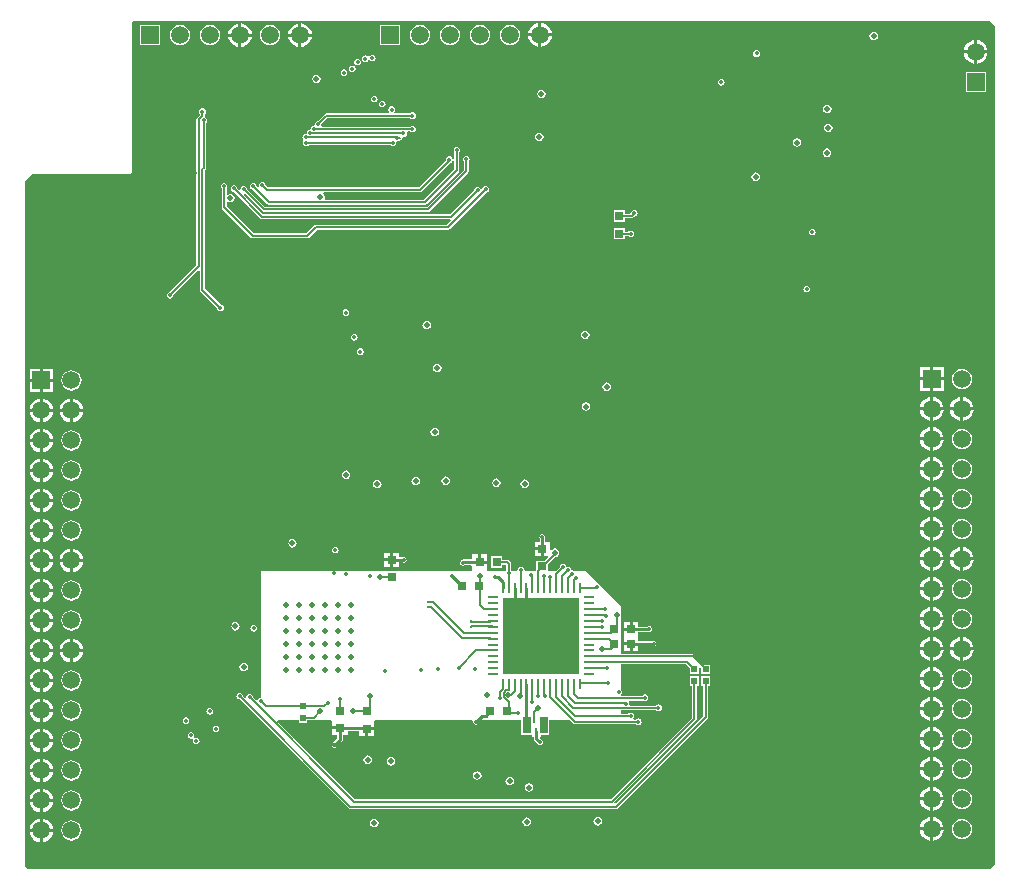
<source format=gbl>
%FSTAX25Y25*%
%MOIN*%
%SFA1B1*%

%IPPOS*%
%ADD10O,0.035430X0.009840*%
%ADD18R,0.031500X0.031500*%
%ADD21R,0.031500X0.027560*%
%ADD22R,0.027560X0.031500*%
%ADD24R,0.019690X0.023620*%
%ADD25R,0.255900X0.255900*%
%ADD26O,0.009840X0.035430*%
%ADD36R,0.007870X0.019690*%
%ADD37R,0.029530X0.055120*%
%ADD39C,0.006000*%
%ADD40C,0.010000*%
%ADD41C,0.008000*%
%ADD45C,0.059060*%
%ADD46R,0.059060X0.059060*%
%ADD47R,0.059060X0.059060*%
%ADD48C,0.009000*%
%ADD49C,0.020000*%
%ADD50C,0.014000*%
%ADD51C,0.019690*%
%ADD52C,0.025980*%
%LNhighspeed_v0-1*%
%LPD*%
G36*
X03851Y02904D02*
Y00109D01*
X03845Y00103*
X03837Y00095*
X00627*
X00617Y00105*
Y00108*
Y02383*
X00616Y02384*
X00641Y02409*
Y0241*
X00962*
X00966*
X00967Y02409*
X00975Y02417*
Y02909*
Y02915*
X0098Y0292*
X03835*
X03851Y02904*
G37*
%LNhighspeed_v0-2*%
%LPC*%
G36*
X03646Y0086721D02*
Y00833D01*
X0368021*
X0367951Y0083832*
X0367553Y0084793*
X0366919Y0085619*
X0366093Y0086253*
X0365132Y0086651*
X03646Y0086721*
G37*
G36*
X03736D02*
X0373068Y0086651D01*
X0372107Y0086253*
X0371281Y0085619*
X0370647Y0084793*
X0370249Y0083832*
X0370179Y00833*
X03736*
Y0086721*
G37*
G36*
X03746D02*
Y00833D01*
X0378021*
X0377951Y0083832*
X0377553Y0084793*
X0376919Y0085619*
X0376093Y0086253*
X0375132Y0086651*
X03746Y0086721*
G37*
G36*
X00768Y0086221D02*
X0076268Y0086151D01*
X0075307Y0085753*
X0074481Y0085119*
X0073847Y0084293*
X0073449Y0083332*
X0073379Y00828*
X00768*
Y0086221*
G37*
G36*
X00678D02*
Y00828D01*
X0071221*
X0071151Y0083332*
X0070753Y0084293*
X0070119Y0085119*
X0069293Y0085753*
X0068332Y0086151*
X00678Y0086221*
G37*
G36*
X03636Y0086721D02*
X0363068Y0086651D01*
X0362107Y0086253*
X0361281Y0085619*
X0360647Y0084793*
X0360249Y0083832*
X0360179Y00833*
X03636*
Y0086721*
G37*
G36*
X00778Y0086221D02*
Y00828D01*
X0081221*
X0081151Y0083332*
X0080753Y0084293*
X0080119Y0085119*
X0079293Y0085753*
X0078332Y0086151*
X00778Y0086221*
G37*
G36*
X00668Y00918D02*
X0063379D01*
X0063449Y0091268*
X0063847Y0090307*
X0064481Y0089481*
X0065307Y0088847*
X0066268Y0088449*
X00668Y0088379*
Y00918*
G37*
G36*
X00773Y0095682D02*
X0076425Y0095566D01*
X0075609Y0095229*
X0074909Y0094691*
X0074371Y0093991*
X0074034Y0093175*
X0073918Y00923*
X0074034Y0091425*
X0074371Y0090609*
X0074909Y0089909*
X0075609Y0089371*
X0076425Y0089034*
X00773Y0088918*
X0078175Y0089034*
X0078991Y0089371*
X0079691Y0089909*
X0080229Y0090609*
X0080566Y0091425*
X0080682Y00923*
X0080566Y0093175*
X0080229Y0093991*
X0079691Y0094691*
X0078991Y0095229*
X0078175Y0095566*
X00773Y0095682*
G37*
G36*
X0368021Y00923D02*
X03646D01*
Y0088879*
X0365132Y0088949*
X0366093Y0089347*
X0366919Y0089981*
X0367553Y0090807*
X0367951Y0091768*
X0368021Y00923*
G37*
G36*
X0263354Y0091875D02*
X0261476D01*
Y00898*
X0263354*
Y0091875*
G37*
G36*
X03741Y0096182D02*
X0373225Y0096066D01*
X0372409Y0095729*
X0371709Y0095191*
X0371171Y0094491*
X0370834Y0093675*
X0370718Y00928*
X0370834Y0091925*
X0371171Y0091109*
X0371709Y0090409*
X0372409Y0089871*
X0373225Y0089534*
X03741Y0089418*
X0374975Y0089534*
X0375791Y0089871*
X0376491Y0090409*
X0377029Y0091109*
X0377366Y0091925*
X0377482Y00928*
X0377366Y0093675*
X0377029Y0094491*
X0376491Y0095191*
X0375791Y0095729*
X0374975Y0096066*
X03741Y0096182*
G37*
G36*
X01381Y0090822D02*
X0137671Y0090736D01*
X0137307Y0090493*
X0137064Y0090129*
X0136978Y00897*
X0137064Y0089271*
X0137307Y0088907*
X0137671Y0088664*
X01381Y0088578*
X0138529Y0088664*
X0138893Y0088907*
X0139136Y0089271*
X0139222Y00897*
X0139136Y0090129*
X0138893Y0090493*
X0138529Y0090736*
X01381Y0090822*
G37*
G36*
X0071221Y00918D02*
X00678D01*
Y0088379*
X0068332Y0088449*
X0069293Y0088847*
X0070119Y0089481*
X0070753Y0090307*
X0071151Y0091268*
X0071221Y00918*
G37*
G36*
X03636Y00923D02*
X0360179D01*
X0360249Y0091768*
X0360647Y0090807*
X0361281Y0089981*
X0362107Y0089347*
X0363068Y0088949*
X03636Y0088879*
Y00923*
G37*
G36*
X0132Y0091727D02*
X0131454Y0091619D01*
X0130991Y0091309*
X0130681Y0090846*
X0130573Y00903*
X0130681Y0089754*
X0130991Y0089291*
X0131454Y0088981*
X0132Y0088873*
X0132546Y0088981*
X0133009Y0089291*
X0133319Y0089754*
X0133427Y00903*
X0133319Y0090846*
X0133009Y0091309*
X0132546Y0091619*
X0132Y0091727*
G37*
G36*
X01347Y0078227D02*
X0134154Y0078119D01*
X0133691Y0077809*
X0133381Y0077346*
X0133273Y00768*
X0133381Y0076254*
X0133691Y0075791*
X0134154Y0075481*
X01347Y0075373*
X0135246Y0075481*
X0135709Y0075791*
X0136019Y0076254*
X0136127Y00768*
X0136019Y0077346*
X0135709Y0077809*
X0135246Y0078119*
X01347Y0078227*
G37*
G36*
X03646Y0076721D02*
Y00733D01*
X0368021*
X0367951Y0073832*
X0367553Y0074793*
X0366919Y0075619*
X0366093Y0076253*
X0365132Y0076651*
X03646Y0076721*
G37*
G36*
X0071221Y00818D02*
X00678D01*
Y0078379*
X0068332Y0078449*
X0069293Y0078847*
X0070119Y0079481*
X0070753Y0080307*
X0071151Y0081268*
X0071221Y00818*
G37*
G36*
X00668D02*
X0063379D01*
X0063449Y0081268*
X0063847Y0080307*
X0064481Y0079481*
X0065307Y0078847*
X0066268Y0078449*
X00668Y0078379*
Y00818*
G37*
G36*
Y0076221D02*
X0066268Y0076151D01*
X0065307Y0075753*
X0064481Y0075119*
X0063847Y0074293*
X0063449Y0073332*
X0063379Y00728*
X00668*
Y0076221*
G37*
G36*
X03741Y0076182D02*
X0373225Y0076066D01*
X0372409Y0075729*
X0371709Y0075191*
X0371171Y0074491*
X0370834Y0073675*
X0370718Y00728*
X0370834Y0071925*
X0371171Y0071109*
X0371709Y0070409*
X0372409Y0069871*
X0373225Y0069534*
X03741Y0069418*
X0374975Y0069534*
X0375791Y0069871*
X0376491Y0070409*
X0377029Y0071109*
X0377366Y0071925*
X0377482Y00728*
X0377366Y0073675*
X0377029Y0074491*
X0376491Y0075191*
X0375791Y0075729*
X0374975Y0076066*
X03741Y0076182*
G37*
G36*
X03636Y0076721D02*
X0363068Y0076651D01*
X0362107Y0076253*
X0361281Y0075619*
X0360647Y0074793*
X0360249Y0073832*
X0360179Y00733*
X03636*
Y0076721*
G37*
G36*
X00678Y0076221D02*
Y00728D01*
X0071221*
X0071151Y0073332*
X0070753Y0074293*
X0070119Y0075119*
X0069293Y0075753*
X0068332Y0076151*
X00678Y0076221*
G37*
G36*
X00768Y00818D02*
X0073379D01*
X0073449Y0081268*
X0073847Y0080307*
X0074481Y0079481*
X0075307Y0078847*
X0076268Y0078449*
X00768Y0078379*
Y00818*
G37*
G36*
X0263354Y00841D02*
X0261476D01*
Y0082025*
X0263354*
Y00841*
G37*
G36*
X0378021Y00823D02*
X03746D01*
Y0078879*
X0375132Y0078949*
X0376093Y0079347*
X0376919Y0079981*
X0377553Y0080807*
X0377951Y0081768*
X0378021Y00823*
G37*
G36*
X00668Y0086221D02*
X0066268Y0086151D01*
X0065307Y0085753*
X0064481Y0085119*
X0063847Y0084293*
X0063449Y0083332*
X0063379Y00828*
X00668*
Y0086221*
G37*
G36*
X0266232Y0091875D02*
X0264354D01*
Y00893*
X0263854*
Y00888*
X0261476*
Y0086725*
Y00851*
X0263854*
Y00846*
X0264354*
Y0082025*
X0266232*
Y0083682*
X02714*
X0271751Y0083752*
X0272049Y0083951*
X0272248Y0084249*
X0272318Y00846*
X0272248Y0084951*
X0272049Y0085249*
X0271751Y0085448*
X02714Y0085518*
X0266232*
Y0086725*
Y0088382*
X02698*
X0270151Y0088452*
X0270449Y0088651*
X0270649Y0088851*
X0270848Y0089149*
X0270918Y00895*
X0270848Y0089851*
X0270649Y0090149*
X0270351Y0090348*
X027Y0090418*
X0269649Y0090348*
X0269454Y0090218*
X0266232*
Y0091875*
G37*
G36*
X03636Y00823D02*
X0360179D01*
X0360249Y0081768*
X0360647Y0080807*
X0361281Y0079981*
X0362107Y0079347*
X0363068Y0078949*
X03636Y0078879*
Y00823*
G37*
G36*
X0081221Y00818D02*
X00778D01*
Y0078379*
X0078332Y0078449*
X0079293Y0078847*
X0080119Y0079481*
X0080753Y0080307*
X0081151Y0081268*
X0081221Y00818*
G37*
G36*
X03736Y00823D02*
X0370179D01*
X0370249Y0081768*
X0370647Y0080807*
X0371281Y0079981*
X0372107Y0079347*
X0373068Y0078949*
X03736Y0078879*
Y00823*
G37*
G36*
X0368021D02*
X03646D01*
Y0078879*
X0365132Y0078949*
X0366093Y0079347*
X0366919Y0079981*
X0367553Y0080807*
X0367951Y0081768*
X0368021Y00823*
G37*
G36*
X0378021Y01123D02*
X03746D01*
Y0108879*
X0375132Y0108949*
X0376093Y0109347*
X0376919Y0109981*
X0377553Y0110807*
X0377951Y0111768*
X0378021Y01123*
G37*
G36*
X03736D02*
X0370179D01*
X0370249Y0111768*
X0370647Y0110807*
X0371281Y0109981*
X0372107Y0109347*
X0373068Y0108949*
X03736Y0108879*
Y01123*
G37*
G36*
X0186675Y0114932D02*
X01846D01*
Y0112554*
Y0110176*
X0186675*
Y0111637*
X0187827*
X01881Y0111582*
X0188451Y0111652*
X0188749Y0111851*
X0188948Y0112149*
X0189018Y01125*
X0188948Y0112851*
X0188749Y0113149*
X0188695Y0113203*
X0188397Y0113402*
X0188046Y0113472*
X0186675*
Y0114932*
G37*
G36*
X01836Y0112054D02*
X0181525D01*
Y0110176*
X01836*
Y0112054*
G37*
G36*
X02342Y0121118D02*
X0233849Y0121048D01*
X0233551Y0120849*
X0233352Y0120551*
X0233282Y01202*
X0233352Y0119849*
X0233382Y0119804*
Y0118532*
X0231725*
Y0116654*
X02343*
Y0116154*
X02348*
Y0113776*
X0236114*
X0236305Y0113314*
X0235214Y0112224*
X0232325*
Y0109292*
X0232256Y0109189*
X0232202Y0108916*
Y01087*
X0228732*
X0228322Y01092*
X0228236Y0109629*
X0227993Y0109993*
X0227629Y0110236*
X02272Y0110322*
X0226771Y0110236*
X0226407Y0109993*
X0226164Y0109629*
X0226079Y01092*
X0225668Y01087*
X0224022*
X0223916Y0108859*
Y01112*
X0223854Y0111512*
X0223677Y0111777*
X0223177Y0112277*
X0222912Y0112454*
X02226Y0112516*
X0220832*
Y0113675*
X0217276*
Y0109725*
X0220832*
Y0110884*
X0222262*
X0222284Y0110862*
Y0108859*
X0222178Y01087*
X0215904*
X0215724Y0109125*
Y01092*
Y01112*
X0213346*
Y01117*
X0212846*
Y0114275*
X0210968*
Y0112618*
X02079*
X0207607Y0112559*
X0207549Y0112548*
X0207251Y0112349*
X0207051Y0112149*
X0206852Y0111851*
X0206782Y01115*
X0206852Y0111149*
X0207051Y0110851*
X0207349Y0110652*
X02077Y0110582*
X0208051Y0110652*
X0208246Y0110782*
X0210614*
X0210968Y0110429*
Y01092*
Y0109125*
X0210787Y01087*
X01406*
Y0066704*
X01405Y0066622*
X0140071Y0066536*
X0139707Y0066293*
X0139464Y0065929*
X0139435Y0065782*
X0138892Y0065617*
X0137803Y0066706*
X0137822Y00668*
X0137736Y0067229*
X0137493Y0067593*
X0137129Y0067836*
X01367Y0067922*
X0136271Y0067836*
X0135907Y0067593*
X0135664Y0067229*
X0135578Y00668*
X0135619Y0066598*
X0135158Y0066351*
X0134503Y0067006*
X0134522Y00671*
X0134436Y0067529*
X0134193Y0067893*
X0133829Y0068136*
X01334Y0068222*
X0132971Y0068136*
X0132607Y0067893*
X0132364Y0067529*
X0132278Y00671*
X0132364Y0066671*
X0132607Y0066307*
X0132971Y0066064*
X01334Y0065978*
X0133494Y0065997*
X0169795Y0029695*
X0170027Y0029541*
X01703Y0029486*
X02589*
X0259173Y0029541*
X0259405Y0029695*
X0289205Y0059495*
X0289359Y0059727*
X0289414Y006*
Y007045*
X0290084*
Y0073613*
X0287316*
Y007045*
X0287986*
Y0060296*
X0258752Y0031061*
X0258512Y0031096*
X0258336Y0031627*
X0285505Y0058795*
X0285659Y0059027*
X0285714Y00593*
Y007045*
X0286384*
Y0073613*
X0283616*
Y007045*
X0284286*
Y0059596*
X0257304Y0032614*
X0171896*
X0145971Y0058538*
X0146163Y0059*
X0153016*
Y005825*
X0155784*
Y0059*
X0163898*
X0164325Y0058824*
Y00585*
Y0056946*
X01669*
Y0055946*
X0164325*
Y0054068*
X0165982*
Y005298*
X016465Y0051648*
X0164649*
X0164351Y0051449*
X0164152Y0051151*
X0164082Y00508*
X0164152Y0050449*
X0164351Y0050151*
X0164649Y0049952*
X0165Y0049882*
X01651*
X0165451Y0049952*
X0165749Y0050151*
X0167549Y0051951*
X0167649Y0052051*
X0167848Y0052349*
X0167918Y00527*
X0167848Y0053051*
X0167818Y0053096*
Y0054068*
X0169475*
Y0055528*
X0173125*
Y0053868*
X01752*
Y0056246*
X01757*
Y0056746*
X0178275*
Y00585*
Y0058624*
X0178573Y0059*
X0210896*
X0211282Y00585*
X0211352Y0058149*
X0211551Y0057851*
X0211849Y0057652*
X02122Y0057582*
X0212551Y0057652*
X0212849Y0057851*
X0213998Y0059*
X0227169*
Y0054144*
X02309*
Y0053544*
X0231376*
Y0052906*
X0231446Y0052555*
X0231645Y0052257*
X0232851Y0051051*
X0233149Y0050852*
X02335Y0050782*
X0233851Y0050852*
X0234149Y0051051*
X0234348Y0051349*
X0234418Y00517*
X0234348Y0052051*
X0234149Y0052349*
X0233454Y0053044*
X0233661Y0053544*
X0233687*
Y0054144*
X0236631*
Y0059*
X0243591*
X0244595Y0057995*
X0244827Y0057841*
X02451Y0057786*
X0265454*
X0265507Y0057707*
X0265871Y0057464*
X02663Y0057378*
X0266729Y0057464*
X0267093Y0057707*
X0267336Y0058071*
X0267422Y00585*
X0267336Y0058929*
X0267093Y0059293*
X0266729Y0059536*
X02663Y0059622*
X0265871Y0059536*
X0265507Y0059293*
X0265454Y0059214*
X0264755*
X0264593Y0059707*
X0264836Y0060071*
X0264921Y00605*
X0264836Y0060929*
X0264593Y0061293*
X0264229Y0061536*
X02638Y0061622*
X0263371Y0061536*
X0263007Y0061293*
X0262954Y0061214*
X02605*
Y0062486*
X0272154*
X0272207Y0062407*
X0272571Y0062164*
X0273Y0062078*
X0273429Y0062164*
X0273793Y0062407*
X0274036Y0062771*
X0274121Y00632*
X0274036Y0063629*
X0273793Y0063993*
X0273429Y0064236*
X0273Y0064322*
X0272571Y0064236*
X0272207Y0063993*
X0272154Y0063914*
X0263587*
X0263204Y0064414*
X0263222Y00645*
X0263136Y0064929*
X0263031Y0065086*
X0263286Y0065586*
X0268037*
X0268071Y0065564*
X02685Y0065478*
X0268929Y0065564*
X0269293Y0065807*
X0269536Y0066171*
X0269621Y00666*
X0269536Y0067029*
X0269293Y0067393*
X0268929Y0067636*
X02685Y0067722*
X0268071Y0067636*
X0267707Y0067393*
X0267464Y0067029*
X0267461Y0067014*
X02605*
Y0067545*
X0260593Y0067607*
X0260836Y0067971*
X0260922Y00684*
X0260836Y0068829*
X0260593Y0069193*
X02605Y0069255*
Y0077628*
X0282331*
X0283616Y0076343*
Y0074387*
X0286384*
Y0076622*
X0286846Y0076813*
X0287316Y0076343*
Y0074387*
X0290084*
Y007755*
X0288128*
X0284863Y0080815*
X0284631Y008097*
X0284358Y0081024*
X02605*
Y0093862*
X0260527Y0094*
X02605Y0094138*
Y00971*
X02489Y01087*
X0244983*
X0244629Y0108936*
X02442Y0109022*
X0243881Y0109403*
X0243836Y0109629*
X0243593Y0109993*
X0243229Y0110236*
X02428Y0110322*
X0242371Y0110236*
X0242251Y0110555*
X0242236Y0110629*
X0241993Y0110993*
X0241629Y0111236*
X02412Y0111322*
X0240771Y0111236*
X0240407Y0110993*
X0240164Y0110629*
X0240078Y01102*
X0240097Y0110106*
X0238691Y01087*
X0236275*
Y0111266*
X0238485Y0113476*
X02385Y0113473*
X0239046Y0113581*
X0239509Y0113891*
X0239819Y0114354*
X0239927Y01149*
X0239819Y0115446*
X0239509Y0115909*
X0239046Y0116219*
X02385Y0116327*
X0237954Y0116219*
X0237491Y0115909*
X0237375Y0115736*
X0236875Y0115888*
Y0118532*
X0235218*
Y01201*
X0235148Y0120451*
X0234949Y0120749*
X0234849Y0120849*
X0234551Y0121048*
X02342Y0121118*
G37*
G36*
X0081221Y01118D02*
X00778D01*
Y0108379*
X0078332Y0108449*
X0079293Y0108847*
X0080119Y0109481*
X0080753Y0110307*
X0081151Y0111268*
X0081221Y01118*
G37*
G36*
X0368021Y01123D02*
X03646D01*
Y0108879*
X0365132Y0108949*
X0366093Y0109347*
X0366919Y0109981*
X0367553Y0110807*
X0367951Y0111768*
X0368021Y01123*
G37*
G36*
X03636D02*
X0360179D01*
X0360249Y0111768*
X0360647Y0110807*
X0361281Y0109981*
X0362107Y0109347*
X0363068Y0108949*
X03636Y0108879*
Y01123*
G37*
G36*
X0215724Y0114275D02*
X0213846D01*
Y01122*
X0215724*
Y0114275*
G37*
G36*
X03636Y0116721D02*
X0363068Y0116651D01*
X0362107Y0116253*
X0361281Y0115619*
X0360647Y0114793*
X0360249Y0113832*
X0360179Y01133*
X03636*
Y0116721*
G37*
G36*
X01836Y0114932D02*
X0181525D01*
Y0113054*
X01836*
Y0114932*
G37*
G36*
X03736Y0116721D02*
X0373068Y0116651D01*
X0372107Y0116253*
X0371281Y0115619*
X0370647Y0114793*
X0370249Y0113832*
X0370179Y01133*
X03736*
Y0116721*
G37*
G36*
X03646D02*
Y01133D01*
X0368021*
X0367951Y0113832*
X0367553Y0114793*
X0366919Y0115619*
X0366093Y0116253*
X0365132Y0116651*
X03646Y0116721*
G37*
G36*
X00678Y0116221D02*
Y01128D01*
X0071221*
X0071151Y0113332*
X0070753Y0114293*
X0070119Y0115119*
X0069293Y0115753*
X0068332Y0116151*
X00678Y0116221*
G37*
G36*
X00668D02*
X0066268Y0116151D01*
X0065307Y0115753*
X0064481Y0115119*
X0063847Y0114293*
X0063449Y0113332*
X0063379Y01128*
X00668*
Y0116221*
G37*
G36*
X00778D02*
Y01128D01*
X0081221*
X0081151Y0113332*
X0080753Y0114293*
X0080119Y0115119*
X0079293Y0115753*
X0078332Y0116151*
X00778Y0116221*
G37*
G36*
X00768D02*
X0076268Y0116151D01*
X0075307Y0115753*
X0074481Y0115119*
X0073847Y0114293*
X0073449Y0113332*
X0073379Y01128*
X00768*
Y0116221*
G37*
G36*
X0071221Y01018D02*
X00678D01*
Y0098379*
X0068332Y0098449*
X0069293Y0098847*
X0070119Y0099481*
X0070753Y0100307*
X0071151Y0101268*
X0071221Y01018*
G37*
G36*
X00668D02*
X0063379D01*
X0063449Y0101268*
X0063847Y0100307*
X0064481Y0099481*
X0065307Y0098847*
X0066268Y0098449*
X00668Y0098379*
Y01018*
G37*
G36*
X0368021Y01023D02*
X03646D01*
Y0098879*
X0365132Y0098949*
X0366093Y0099347*
X0366919Y0099981*
X0367553Y0100807*
X0367951Y0101768*
X0368021Y01023*
G37*
G36*
X03636D02*
X0360179D01*
X0360249Y0101768*
X0360647Y0100807*
X0361281Y0099981*
X0362107Y0099347*
X0363068Y0098949*
X03636Y0098879*
Y01023*
G37*
G36*
X00678Y0096221D02*
Y00928D01*
X0071221*
X0071151Y0093332*
X0070753Y0094293*
X0070119Y0095119*
X0069293Y0095753*
X0068332Y0096151*
X00678Y0096221*
G37*
G36*
X00668D02*
X0066268Y0096151D01*
X0065307Y0095753*
X0064481Y0095119*
X0063847Y0094293*
X0063449Y0093332*
X0063379Y00928*
X00668*
Y0096221*
G37*
G36*
X03646Y0096721D02*
Y00933D01*
X0368021*
X0367951Y0093832*
X0367553Y0094793*
X0366919Y0095619*
X0366093Y0096253*
X0365132Y0096651*
X03646Y0096721*
G37*
G36*
X03636D02*
X0363068Y0096651D01*
X0362107Y0096253*
X0361281Y0095619*
X0360647Y0094793*
X0360249Y0093832*
X0360179Y00933*
X03636*
Y0096721*
G37*
G36*
X00773Y0105682D02*
X0076425Y0105567D01*
X0075609Y0105229*
X0074909Y0104691*
X0074371Y0103991*
X0074034Y0103175*
X0073918Y01023*
X0074034Y0101425*
X0074371Y0100609*
X0074909Y0099909*
X0075609Y0099371*
X0076425Y0099034*
X00773Y0098918*
X0078175Y0099034*
X0078991Y0099371*
X0079691Y0099909*
X0080229Y0100609*
X0080566Y0101425*
X0080682Y01023*
X0080566Y0103175*
X0080229Y0103991*
X0079691Y0104691*
X0078991Y0105229*
X0078175Y0105567*
X00773Y0105682*
G37*
G36*
X00668Y01118D02*
X0063379D01*
X0063449Y0111268*
X0063847Y0110307*
X0064481Y0109481*
X0065307Y0108847*
X0066268Y0108449*
X00668Y0108379*
Y01118*
G37*
G36*
X03646Y0106721D02*
Y01033D01*
X0368021*
X0367951Y0103832*
X0367553Y0104793*
X0366919Y0105619*
X0366093Y0106253*
X0365132Y0106651*
X03646Y0106721*
G37*
G36*
X00768Y01118D02*
X0073379D01*
X0073449Y0111268*
X0073847Y0110307*
X0074481Y0109481*
X0075307Y0108847*
X0076268Y0108449*
X00768Y0108379*
Y01118*
G37*
G36*
X0071221D02*
X00678D01*
Y0108379*
X0068332Y0108449*
X0069293Y0108847*
X0070119Y0109481*
X0070753Y0110307*
X0071151Y0111268*
X0071221Y01118*
G37*
G36*
X00668Y0106221D02*
X0066268Y0106151D01*
X0065307Y0105753*
X0064481Y0105119*
X0063847Y0104293*
X0063449Y0103332*
X0063379Y01028*
X00668*
Y0106221*
G37*
G36*
X03741Y0106182D02*
X0373225Y0106067D01*
X0372409Y0105729*
X0371709Y0105191*
X0371171Y0104491*
X0370834Y0103675*
X0370718Y01028*
X0370834Y0101925*
X0371171Y0101109*
X0371709Y0100409*
X0372409Y0099871*
X0373225Y0099534*
X03741Y0099418*
X0374975Y0099534*
X0375791Y0099871*
X0376491Y0100409*
X0377029Y0101109*
X0377366Y0101925*
X0377482Y01028*
X0377366Y0103675*
X0377029Y0104491*
X0376491Y0105191*
X0375791Y0105729*
X0374975Y0106067*
X03741Y0106182*
G37*
G36*
X03636Y0106721D02*
X0363068Y0106651D01*
X0362107Y0106253*
X0361281Y0105619*
X0360647Y0104793*
X0360249Y0103832*
X0360179Y01033*
X03636*
Y0106721*
G37*
G36*
X00678Y0106221D02*
Y01028D01*
X0071221*
X0071151Y0103332*
X0070753Y0104293*
X0070119Y0105119*
X0069293Y0105753*
X0068332Y0106151*
X00678Y0106221*
G37*
G36*
X00773Y0075682D02*
X0076425Y0075566D01*
X0075609Y0075229*
X0074909Y0074691*
X0074371Y0073991*
X0074034Y0073175*
X0073918Y00723*
X0074034Y0071425*
X0074371Y0070609*
X0074909Y0069909*
X0075609Y0069371*
X0076425Y0069034*
X00773Y0068918*
X0078175Y0069034*
X0078991Y0069371*
X0079691Y0069909*
X0080229Y0070609*
X0080566Y0071425*
X0080682Y00723*
X0080566Y0073175*
X0080229Y0073991*
X0079691Y0074691*
X0078991Y0075229*
X0078175Y0075566*
X00773Y0075682*
G37*
G36*
X03646Y0036721D02*
Y00333D01*
X0368021*
X0367951Y0033832*
X0367553Y0034793*
X0366919Y0035619*
X0366093Y0036253*
X0365132Y0036651*
X03646Y0036721*
G37*
G36*
X03636D02*
X0363068Y0036651D01*
X0362107Y0036253*
X0361281Y0035619*
X0360647Y0034793*
X0360249Y0033832*
X0360179Y00333*
X03636*
Y0036721*
G37*
G36*
X02234Y0040127D02*
X0222854Y0040019D01*
X0222391Y0039709*
X0222081Y0039246*
X0221973Y00387*
X0222081Y0038154*
X0222391Y0037691*
X0222854Y0037381*
X02234Y0037273*
X0223946Y0037381*
X0224409Y0037691*
X0224719Y0038154*
X0224827Y00387*
X0224719Y0039246*
X0224409Y0039709*
X0223946Y0040019*
X02234Y0040127*
G37*
G36*
X02298Y0038027D02*
X0229254Y0037919D01*
X0228791Y0037609*
X0228481Y0037146*
X0228373Y00366*
X0228481Y0036054*
X0228791Y0035591*
X0229254Y0035281*
X02298Y0035173*
X0230346Y0035281*
X0230809Y0035591*
X0231119Y0036054*
X0231227Y00366*
X0231119Y0037146*
X0230809Y0037609*
X0230346Y0037919*
X02298Y0038027*
G37*
G36*
X03741Y0036182D02*
X0373225Y0036066D01*
X0372409Y0035729*
X0371709Y0035191*
X0371171Y0034491*
X0370834Y0033675*
X0370718Y00328*
X0370834Y0031925*
X0371171Y0031109*
X0371709Y0030409*
X0372409Y0029871*
X0373225Y0029534*
X03741Y0029418*
X0374975Y0029534*
X0375791Y0029871*
X0376491Y0030409*
X0377029Y0031109*
X0377366Y0031925*
X0377482Y00328*
X0377366Y0033675*
X0377029Y0034491*
X0376491Y0035191*
X0375791Y0035729*
X0374975Y0036066*
X03741Y0036182*
G37*
G36*
X00773Y0035682D02*
X0076425Y0035566D01*
X0075609Y0035229*
X0074909Y0034691*
X0074371Y0033991*
X0074034Y0033175*
X0073918Y00323*
X0074034Y0031425*
X0074371Y0030609*
X0074909Y0029909*
X0075609Y0029371*
X0076425Y0029034*
X00773Y0028918*
X0078175Y0029034*
X0078991Y0029371*
X0079691Y0029909*
X0080229Y0030609*
X0080566Y0031425*
X0080682Y00323*
X0080566Y0033175*
X0080229Y0033991*
X0079691Y0034691*
X0078991Y0035229*
X0078175Y0035566*
X00773Y0035682*
G37*
G36*
X00678Y0036221D02*
Y00328D01*
X0071221*
X0071151Y0033332*
X0070753Y0034293*
X0070119Y0035119*
X0069293Y0035753*
X0068332Y0036151*
X00678Y0036221*
G37*
G36*
X00668D02*
X0066268Y0036151D01*
X0065307Y0035753*
X0064481Y0035119*
X0063847Y0034293*
X0063449Y0033332*
X0063379Y00328*
X00668*
Y0036221*
G37*
G36*
X02126Y0042027D02*
X0212054Y0041919D01*
X0211591Y0041609*
X0211281Y0041146*
X0211173Y00406*
X0211281Y0040054*
X0211591Y0039591*
X0212054Y0039281*
X02126Y0039173*
X0213146Y0039281*
X0213609Y0039591*
X0213919Y0040054*
X0214027Y00406*
X0213919Y0041146*
X0213609Y0041609*
X0213146Y0041919*
X02126Y0042027*
G37*
G36*
X00773Y0045682D02*
X0076425Y0045566D01*
X0075609Y0045229*
X0074909Y0044691*
X0074371Y0043991*
X0074034Y0043175*
X0073918Y00423*
X0074034Y0041425*
X0074371Y0040609*
X0074909Y0039909*
X0075609Y0039371*
X0076425Y0039034*
X00773Y0038918*
X0078175Y0039034*
X0078991Y0039371*
X0079691Y0039909*
X0080229Y0040609*
X0080566Y0041425*
X0080682Y00423*
X0080566Y0043175*
X0080229Y0043991*
X0079691Y0044691*
X0078991Y0045229*
X0078175Y0045566*
X00773Y0045682*
G37*
G36*
X00668Y0046221D02*
X0066268Y0046151D01*
X0065307Y0045753*
X0064481Y0045119*
X0063847Y0044293*
X0063449Y0043332*
X0063379Y00428*
X00668*
Y0046221*
G37*
G36*
X03741Y0046182D02*
X0373225Y0046066D01*
X0372409Y0045729*
X0371709Y0045191*
X0371171Y0044491*
X0370834Y0043675*
X0370718Y00428*
X0370834Y0041925*
X0371171Y0041109*
X0371709Y0040409*
X0372409Y0039871*
X0373225Y0039534*
X03741Y0039418*
X0374975Y0039534*
X0375791Y0039871*
X0376491Y0040409*
X0377029Y0041109*
X0377366Y0041925*
X0377482Y00428*
X0377366Y0043675*
X0377029Y0044491*
X0376491Y0045191*
X0375791Y0045729*
X0374975Y0046066*
X03741Y0046182*
G37*
G36*
X0071221Y00418D02*
X00678D01*
Y0038379*
X0068332Y0038449*
X0069293Y0038847*
X0070119Y0039481*
X0070753Y0040307*
X0071151Y0041268*
X0071221Y00418*
G37*
G36*
X00668D02*
X0063379D01*
X0063449Y0041268*
X0063847Y0040307*
X0064481Y0039481*
X0065307Y0038847*
X0066268Y0038449*
X00668Y0038379*
Y00418*
G37*
G36*
X0368021Y00423D02*
X03646D01*
Y0038879*
X0365132Y0038949*
X0366093Y0039347*
X0366919Y0039981*
X0367553Y0040807*
X0367951Y0041768*
X0368021Y00423*
G37*
G36*
X03636D02*
X0360179D01*
X0360249Y0041768*
X0360647Y0040807*
X0361281Y0039981*
X0362107Y0039347*
X0363068Y0038949*
X03636Y0038879*
Y00423*
G37*
G36*
X0368021Y00323D02*
X03646D01*
Y0028879*
X0365132Y0028949*
X0366093Y0029347*
X0366919Y0029981*
X0367553Y0030807*
X0367951Y0031768*
X0368021Y00323*
G37*
G36*
X03741Y0026182D02*
X0373225Y0026066D01*
X0372409Y0025729*
X0371709Y0025191*
X0371171Y0024491*
X0370834Y0023675*
X0370718Y00228*
X0370834Y0021925*
X0371171Y0021109*
X0371709Y0020409*
X0372409Y0019871*
X0373225Y0019534*
X03741Y0019418*
X0374975Y0019534*
X0375791Y0019871*
X0376491Y0020409*
X0377029Y0021109*
X0377366Y0021925*
X0377482Y00228*
X0377366Y0023675*
X0377029Y0024491*
X0376491Y0025191*
X0375791Y0025729*
X0374975Y0026066*
X03741Y0026182*
G37*
G36*
X00773Y0025682D02*
X0076425Y0025567D01*
X0075609Y0025229*
X0074909Y0024691*
X0074371Y0023991*
X0074034Y0023175*
X0073918Y00223*
X0074034Y0021425*
X0074371Y0020609*
X0074909Y0019909*
X0075609Y0019371*
X0076425Y0019034*
X00773Y0018918*
X0078175Y0019034*
X0078991Y0019371*
X0079691Y0019909*
X0080229Y0020609*
X0080566Y0021425*
X0080682Y00223*
X0080566Y0023175*
X0080229Y0023991*
X0079691Y0024691*
X0078991Y0025229*
X0078175Y0025567*
X00773Y0025682*
G37*
G36*
X00678Y0026221D02*
Y00228D01*
X0071221*
X0071151Y0023332*
X0070753Y0024293*
X0070119Y0025119*
X0069293Y0025753*
X0068332Y0026151*
X00678Y0026221*
G37*
G36*
X00668D02*
X0066268Y0026151D01*
X0065307Y0025753*
X0064481Y0025119*
X0063847Y0024293*
X0063449Y0023332*
X0063379Y00228*
X00668*
Y0026221*
G37*
G36*
X0071221Y00218D02*
X00678D01*
Y0018379*
X0068332Y0018449*
X0069293Y0018847*
X0070119Y0019481*
X0070753Y0020307*
X0071151Y0021268*
X0071221Y00218*
G37*
G36*
X00668D02*
X0063379D01*
X0063449Y0021268*
X0063847Y0020307*
X0064481Y0019481*
X0065307Y0018847*
X0066268Y0018449*
X00668Y0018379*
Y00218*
G37*
G36*
X0368021Y00223D02*
X03646D01*
Y0018879*
X0365132Y0018949*
X0366093Y0019347*
X0366919Y0019981*
X0367553Y0020807*
X0367951Y0021768*
X0368021Y00223*
G37*
G36*
X03636D02*
X0360179D01*
X0360249Y0021768*
X0360647Y0020807*
X0361281Y0019981*
X0362107Y0019347*
X0363068Y0018949*
X03636Y0018879*
Y00223*
G37*
G36*
X00668Y00318D02*
X0063379D01*
X0063449Y0031268*
X0063847Y0030307*
X0064481Y0029481*
X0065307Y0028847*
X0066268Y0028449*
X00668Y0028379*
Y00318*
G37*
G36*
X02527Y0026727D02*
X0252154Y0026619D01*
X0251691Y0026309*
X0251381Y0025846*
X0251273Y00253*
X0251381Y0024754*
X0251691Y0024291*
X0252154Y0023981*
X02527Y0023873*
X0253246Y0023981*
X0253709Y0024291*
X0254019Y0024754*
X0254127Y00253*
X0254019Y0025846*
X0253709Y0026309*
X0253246Y0026619*
X02527Y0026727*
G37*
G36*
X03636Y00323D02*
X0360179D01*
X0360249Y0031768*
X0360647Y0030807*
X0361281Y0029981*
X0362107Y0029347*
X0363068Y0028949*
X03636Y0028879*
Y00323*
G37*
G36*
X0071221Y00318D02*
X00678D01*
Y0028379*
X0068332Y0028449*
X0069293Y0028847*
X0070119Y0029481*
X0070753Y0030307*
X0071151Y0031268*
X0071221Y00318*
G37*
G36*
X03646Y0026721D02*
Y00233D01*
X0368021*
X0367951Y0023832*
X0367553Y0024793*
X0366919Y0025619*
X0366093Y0026253*
X0365132Y0026651*
X03646Y0026721*
G37*
G36*
X03636D02*
X0363068Y0026651D01*
X0362107Y0026253*
X0361281Y0025619*
X0360647Y0024793*
X0360249Y0023832*
X0360179Y00233*
X03636*
Y0026721*
G37*
G36*
X02291Y0026627D02*
X0228554Y0026519D01*
X0228091Y0026209*
X0227781Y0025746*
X0227673Y00252*
X0227781Y0024654*
X0228091Y0024191*
X0228554Y0023881*
X02291Y0023773*
X0229646Y0023881*
X0230109Y0024191*
X0230419Y0024654*
X0230527Y00252*
X0230419Y0025746*
X0230109Y0026209*
X0229646Y0026519*
X02291Y0026627*
G37*
G36*
X01783Y0026227D02*
X0177754Y0026119D01*
X0177291Y0025809*
X0176981Y0025346*
X0176873Y00248*
X0176981Y0024254*
X0177291Y0023791*
X0177754Y0023481*
X01783Y0023373*
X0178846Y0023481*
X0179309Y0023791*
X0179619Y0024254*
X0179727Y00248*
X0179619Y0025346*
X0179309Y0025809*
X0178846Y0026119*
X01783Y0026227*
G37*
G36*
X00678Y0046221D02*
Y00428D01*
X0071221*
X0071151Y0043332*
X0070753Y0044293*
X0070119Y0045119*
X0069293Y0045753*
X0068332Y0046151*
X00678Y0046221*
G37*
G36*
X00773Y0065682D02*
X0076425Y0065566D01*
X0075609Y0065229*
X0074909Y0064691*
X0074371Y0063991*
X0074034Y0063175*
X0073918Y00623*
X0074034Y0061425*
X0074371Y0060609*
X0074909Y0059909*
X0075609Y0059371*
X0076425Y0059034*
X00773Y0058918*
X0078175Y0059034*
X0078991Y0059371*
X0079691Y0059909*
X0080229Y0060609*
X0080566Y0061425*
X0080682Y00623*
X0080566Y0063175*
X0080229Y0063991*
X0079691Y0064691*
X0078991Y0065229*
X0078175Y0065566*
X00773Y0065682*
G37*
G36*
X0368021Y00623D02*
X03646D01*
Y0058879*
X0365132Y0058949*
X0366093Y0059347*
X0366919Y0059981*
X0367553Y0060807*
X0367951Y0061768*
X0368021Y00623*
G37*
G36*
X01234Y0063122D02*
X0122971Y0063036D01*
X0122607Y0062793*
X0122364Y0062429*
X0122278Y0062*
X0122364Y0061571*
X0122607Y0061207*
X0122971Y0060964*
X01234Y0060878*
X0123829Y0060964*
X0124193Y0061207*
X0124436Y0061571*
X0124522Y0062*
X0124436Y0062429*
X0124193Y0062793*
X0123829Y0063036*
X01234Y0063122*
G37*
G36*
X03741Y0066182D02*
X0373225Y0066066D01*
X0372409Y0065729*
X0371709Y0065191*
X0371171Y0064491*
X0370834Y0063675*
X0370718Y00628*
X0370834Y0061925*
X0371171Y0061109*
X0371709Y0060409*
X0372409Y0059871*
X0373225Y0059534*
X03741Y0059418*
X0374975Y0059534*
X0375791Y0059871*
X0376491Y0060409*
X0377029Y0061109*
X0377366Y0061925*
X0377482Y00628*
X0377366Y0063675*
X0377029Y0064491*
X0376491Y0065191*
X0375791Y0065729*
X0374975Y0066066*
X03741Y0066182*
G37*
G36*
X00668Y00618D02*
X0063379D01*
X0063449Y0061268*
X0063847Y0060307*
X0064481Y0059481*
X0065307Y0058847*
X0066268Y0058449*
X00668Y0058379*
Y00618*
G37*
G36*
X01155Y0060022D02*
X0115071Y0059936D01*
X0114707Y0059693*
X0114464Y0059329*
X0114378Y00589*
X0114464Y0058471*
X0114707Y0058107*
X0115071Y0057864*
X01155Y0057778*
X0115929Y0057864*
X0116293Y0058107*
X0116536Y0058471*
X0116622Y00589*
X0116536Y0059329*
X0116293Y0059693*
X0115929Y0059936*
X01155Y0060022*
G37*
G36*
X03636Y00623D02*
X0360179D01*
X0360249Y0061768*
X0360647Y0060807*
X0361281Y0059981*
X0362107Y0059347*
X0363068Y0058949*
X03636Y0058879*
Y00623*
G37*
G36*
X0071221Y00618D02*
X00678D01*
Y0058379*
X0068332Y0058449*
X0069293Y0058847*
X0070119Y0059481*
X0070753Y0060307*
X0071151Y0061268*
X0071221Y00618*
G37*
G36*
Y00718D02*
X00678D01*
Y0068379*
X0068332Y0068449*
X0069293Y0068847*
X0070119Y0069481*
X0070753Y0070307*
X0071151Y0071268*
X0071221Y00718*
G37*
G36*
X00668D02*
X0063379D01*
X0063449Y0071268*
X0063847Y0070307*
X0064481Y0069481*
X0065307Y0068847*
X0066268Y0068449*
X00668Y0068379*
Y00718*
G37*
G36*
X0368021Y00723D02*
X03646D01*
Y0068879*
X0365132Y0068949*
X0366093Y0069347*
X0366919Y0069981*
X0367553Y0070807*
X0367951Y0071768*
X0368021Y00723*
G37*
G36*
X03636D02*
X0360179D01*
X0360249Y0071768*
X0360647Y0070807*
X0361281Y0069981*
X0362107Y0069347*
X0363068Y0068949*
X03636Y0068879*
Y00723*
G37*
G36*
X00678Y0066221D02*
Y00628D01*
X0071221*
X0071151Y0063332*
X0070753Y0064293*
X0070119Y0065119*
X0069293Y0065753*
X0068332Y0066151*
X00678Y0066221*
G37*
G36*
X00668D02*
X0066268Y0066151D01*
X0065307Y0065753*
X0064481Y0065119*
X0063847Y0064293*
X0063449Y0063332*
X0063379Y00628*
X00668*
Y0066221*
G37*
G36*
X03646Y0066721D02*
Y00633D01*
X0368021*
X0367951Y0063832*
X0367553Y0064793*
X0366919Y0065619*
X0366093Y0066253*
X0365132Y0066651*
X03646Y0066721*
G37*
G36*
X03636D02*
X0363068Y0066651D01*
X0362107Y0066253*
X0361281Y0065619*
X0360647Y0064793*
X0360249Y0063832*
X0360179Y00633*
X03636*
Y0066721*
G37*
G36*
X01255Y0057322D02*
X0125071Y0057236D01*
X0124707Y0056993*
X0124464Y0056629*
X0124378Y00562*
X0124464Y0055771*
X0124707Y0055407*
X0125071Y0055164*
X01255Y0055078*
X0125929Y0055164*
X0126293Y0055407*
X0126536Y0055771*
X0126622Y00562*
X0126536Y0056629*
X0126293Y0056993*
X0125929Y0057236*
X01255Y0057322*
G37*
G36*
X0071221Y00518D02*
X00678D01*
Y0048379*
X0068332Y0048449*
X0069293Y0048847*
X0070119Y0049481*
X0070753Y0050307*
X0071151Y0051268*
X0071221Y00518*
G37*
G36*
X00668D02*
X0063379D01*
X0063449Y0051268*
X0063847Y0050307*
X0064481Y0049481*
X0065307Y0048847*
X0066268Y0048449*
X00668Y0048379*
Y00518*
G37*
G36*
X0368021Y00523D02*
X03646D01*
Y0048879*
X0365132Y0048949*
X0366093Y0049347*
X0366919Y0049981*
X0367553Y0050807*
X0367951Y0051768*
X0368021Y00523*
G37*
G36*
X03636D02*
X0360179D01*
X0360249Y0051768*
X0360647Y0050807*
X0361281Y0049981*
X0362107Y0049347*
X0363068Y0048949*
X03636Y0048879*
Y00523*
G37*
G36*
X03646Y0046721D02*
Y00433D01*
X0368021*
X0367951Y0043832*
X0367553Y0044793*
X0366919Y0045619*
X0366093Y0046253*
X0365132Y0046651*
X03646Y0046721*
G37*
G36*
X03636D02*
X0363068Y0046651D01*
X0362107Y0046253*
X0361281Y0045619*
X0360647Y0044793*
X0360249Y0043832*
X0360179Y00433*
X03636*
Y0046721*
G37*
G36*
X01761Y0047327D02*
X0175554Y0047219D01*
X0175091Y0046909*
X0174781Y0046446*
X0174673Y00459*
X0174781Y0045354*
X0175091Y0044891*
X0175554Y0044581*
X01761Y0044473*
X0176646Y0044581*
X0177109Y0044891*
X0177419Y0045354*
X0177527Y00459*
X0177419Y0046446*
X0177109Y0046909*
X0176646Y0047219*
X01761Y0047327*
G37*
G36*
X01838Y0046727D02*
X0183254Y0046619D01*
X0182791Y0046309*
X0182481Y0045846*
X0182373Y00453*
X0182481Y0044754*
X0182791Y0044291*
X0183254Y0043981*
X01838Y0043873*
X0184346Y0043981*
X0184809Y0044291*
X0185119Y0044754*
X0185227Y00453*
X0185119Y0045846*
X0184809Y0046309*
X0184346Y0046619*
X01838Y0046727*
G37*
G36*
X03636Y0056721D02*
X0363068Y0056651D01*
X0362107Y0056253*
X0361281Y0055619*
X0360647Y0054793*
X0360249Y0053832*
X0360179Y00533*
X03636*
Y0056721*
G37*
G36*
X00678Y0056221D02*
Y00528D01*
X0071221*
X0071151Y0053332*
X0070753Y0054293*
X0070119Y0055119*
X0069293Y0055753*
X0068332Y0056151*
X00678Y0056221*
G37*
G36*
X0178275Y0055746D02*
X01762D01*
Y0053868*
X0178275*
Y0055746*
G37*
G36*
X03646Y0056721D02*
Y00533D01*
X0368021*
X0367951Y0053832*
X0367553Y0054793*
X0366919Y0055619*
X0366093Y0056253*
X0365132Y0056651*
X03646Y0056721*
G37*
G36*
X03741Y0056182D02*
X0373225Y0056066D01*
X0372409Y0055729*
X0371709Y0055191*
X0371171Y0054491*
X0370834Y0053675*
X0370718Y00528*
X0370834Y0051925*
X0371171Y0051109*
X0371709Y0050409*
X0372409Y0049871*
X0373225Y0049534*
X03741Y0049418*
X0374975Y0049534*
X0375791Y0049871*
X0376491Y0050409*
X0377029Y0051109*
X0377366Y0051925*
X0377482Y00528*
X0377366Y0053675*
X0377029Y0054491*
X0376491Y0055191*
X0375791Y0055729*
X0374975Y0056066*
X03741Y0056182*
G37*
G36*
X00773Y0055682D02*
X0076425Y0055566D01*
X0075609Y0055229*
X0074909Y0054691*
X0074371Y0053991*
X0074034Y0053175*
X0073918Y00523*
X0074034Y0051425*
X0074371Y0050609*
X0074909Y0049909*
X0075609Y0049371*
X0076425Y0049034*
X00773Y0048918*
X0078175Y0049034*
X0078991Y0049371*
X0079691Y0049909*
X0080229Y0050609*
X0080566Y0051425*
X0080682Y00523*
X0080566Y0053175*
X0080229Y0053991*
X0079691Y0054691*
X0078991Y0055229*
X0078175Y0055566*
X00773Y0055682*
G37*
G36*
X00668Y0056221D02*
X0066268Y0056151D01*
X0065307Y0055753*
X0064481Y0055119*
X0063847Y0054293*
X0063449Y0053332*
X0063379Y00528*
X00668*
Y0056221*
G37*
G36*
X01172Y0055122D02*
X0116771Y0055036D01*
X0116407Y0054793*
X0116164Y0054429*
X0116078Y0054*
X0116164Y0053571*
X0116407Y0053207*
X0116771Y0052964*
X01172Y0052878*
X0117541Y0052946*
X011776Y0052735*
X0117872Y0052541*
X0117864Y0052529*
X0117778Y00521*
X0117864Y0051671*
X0118107Y0051307*
X0118471Y0051064*
X01189Y0050978*
X0119329Y0051064*
X0119693Y0051307*
X0119936Y0051671*
X0120022Y00521*
X0119936Y0052529*
X0119693Y0052893*
X0119329Y0053136*
X01189Y0053222*
X0118559Y0053154*
X011834Y0053365*
X0118228Y0053559*
X0118236Y0053571*
X0118322Y0054*
X0118236Y0054429*
X0117993Y0054793*
X0117629Y0055036*
X01172Y0055122*
G37*
G36*
X03746Y0116721D02*
Y01133D01*
X0378021*
X0377951Y0113832*
X0377553Y0114793*
X0376919Y0115619*
X0376093Y0116253*
X0375132Y0116651*
X03746Y0116721*
G37*
G36*
X02058Y0250221D02*
X0205371Y0250136D01*
X0205007Y0249893*
X0204764Y0249529*
X0204678Y02491*
X0204764Y0248671*
X0204984Y0248341*
Y0242738*
X0194762Y0232516*
X0161985*
X0161688Y0233016*
X0161764Y02334*
X0161656Y0233946*
X0161346Y0234409*
X0161234Y0234484*
X0161386Y0234984*
X01934*
X0193712Y0235046*
X0193977Y0235223*
X020359Y0244836*
X0203729Y0244864*
X0204093Y0245107*
X0204336Y0245471*
X0204422Y02459*
X0204336Y0246329*
X0204093Y0246693*
X0203729Y0246936*
X02033Y0247022*
X0202871Y0246936*
X0202507Y0246693*
X0202264Y0246329*
X0202178Y02459*
X0202206Y024576*
X0193062Y0236616*
X0142738*
X0142014Y023734*
X0141936Y0237729*
X0141693Y0238093*
X0141329Y0238336*
X01409Y0238422*
X0140471Y0238336*
X0140107Y0238093*
X0139864Y0237729*
X0139778Y02373*
X0139857Y0236903*
X0139836Y0236873*
X0139346Y0236707*
X0139014Y023704*
X0138936Y0237429*
X0138693Y0237793*
X0138329Y0238036*
X01379Y0238122*
X0137471Y0238036*
X0137107Y0237793*
X0136864Y0237429*
X0136778Y0237*
X0136864Y0236571*
X0137107Y0236207*
X0137471Y0235964*
X013786Y0235886*
X0142623Y0231123*
X0142782Y0231017*
X0142888Y0230946*
X01432Y0230884*
X01951*
X0195412Y0230946*
X0195677Y0231123*
X0206377Y0241823*
X0206554Y0242088*
X0206616Y02424*
Y0248341*
X0206836Y0248671*
X0206922Y02491*
X0206836Y0249529*
X0206593Y0249893*
X0206229Y0250136*
X02058Y0250221*
G37*
G36*
X02089Y0247221D02*
X0208471Y0247136D01*
X0208107Y0246893*
X0207864Y0246529*
X0207779Y02461*
X0207864Y0245671*
X0208084Y0245341*
Y0242438*
X0195762Y0230116*
X0141938*
X0135914Y023614*
X0135836Y0236529*
X0135593Y0236893*
X0135229Y0237136*
X01348Y0237222*
X0134371Y0237136*
X0134007Y0236893*
X0133764Y0236529*
X0133678Y02361*
X0133708Y0235953*
X0133247Y0235707*
X0132614Y023634*
X0132536Y0236729*
X0132293Y0237093*
X0131929Y0237336*
X01315Y0237421*
X0131071Y0237336*
X0130707Y0237093*
X0130464Y0236729*
X0130378Y02363*
X0130464Y0235871*
X0130707Y0235507*
X0131071Y0235264*
X013146Y0235186*
X0140323Y0226323*
X0140588Y0226146*
X01409Y0226084*
X0203624*
X0203849Y0225614*
X020385Y0225603*
X0202462Y0224216*
X0158704*
X0158392Y0224154*
X0158127Y0223977*
X0155466Y0221316*
X0138038*
X0129016Y0230338*
Y0231673*
X0129516Y023194*
X0129754Y0231781*
X01303Y0231673*
X0130846Y0231781*
X0131309Y0232091*
X0131619Y0232554*
X0131727Y02331*
X0131619Y0233646*
X0131309Y0234109*
X0130846Y0234419*
X01303Y0234527*
X0129754Y0234419*
X0129516Y023426*
X0129016Y0234527*
Y0236341*
X0129236Y0236671*
X0129322Y02371*
X0129236Y0237529*
X0128993Y0237893*
X0128629Y0238136*
X01282Y0238222*
X0127771Y0238136*
X0127407Y0237893*
X0127164Y0237529*
X0127078Y02371*
X0127164Y0236671*
X0127384Y0236341*
Y023*
X0127446Y0229688*
X0127623Y0229423*
X0137123Y0219923*
X0137388Y0219746*
X01377Y0219684*
X0155804*
X0156116Y0219746*
X0156381Y0219923*
X0159042Y0222584*
X02028*
X0203112Y0222646*
X0203377Y0222823*
X021544Y0234886*
X0215829Y0234964*
X0216193Y0235207*
X0216436Y0235571*
X0216522Y0236*
X0216436Y0236429*
X0216193Y0236793*
X0215829Y0237036*
X02154Y0237122*
X0214971Y0237036*
X0214607Y0236793*
X0214364Y0236429*
X0214205Y0236359*
X0213736Y0236229*
X0213493Y0236593*
X0213129Y0236836*
X02127Y0236922*
X0212271Y0236836*
X0211907Y0236593*
X0211664Y0236229*
X0211586Y023584*
X0203462Y0227716*
X0141238*
X0134802Y0234152*
X0134978Y0234683*
X0135052Y0234694*
X0141023Y0228723*
X0141182Y0228617*
X0141288Y0228546*
X01416Y0228484*
X01961*
X0196412Y0228546*
X0196677Y0228723*
X0209477Y0241523*
X0209583Y0241682*
X0209654Y0241788*
X0209716Y02421*
Y0245341*
X0209936Y0245671*
X0210021Y02461*
X0209936Y0246529*
X0209693Y0246893*
X0209329Y0247136*
X02089Y0247221*
G37*
G36*
X03292Y0249627D02*
X0328654Y0249519D01*
X0328191Y0249209*
X0327881Y0248746*
X0327773Y02482*
X0327881Y0247654*
X0328191Y0247191*
X0328654Y0246881*
X03292Y0246773*
X0329746Y0246881*
X0330209Y0247191*
X0330519Y0247654*
X0330627Y02482*
X0330519Y0248746*
X0330209Y0249209*
X0329746Y0249519*
X03292Y0249627*
G37*
G36*
X03054Y0241627D02*
X0304854Y0241519D01*
X0304391Y0241209*
X0304081Y0240746*
X0303973Y02402*
X0304081Y0239654*
X0304391Y0239191*
X0304854Y0238881*
X03054Y0238773*
X0305946Y0238881*
X0306409Y0239191*
X0306719Y0239654*
X0306827Y02402*
X0306719Y0240746*
X0306409Y0241209*
X0305946Y0241519*
X03054Y0241627*
G37*
G36*
X0261975Y0223222D02*
X0258025D01*
Y0219272*
X0261975*
Y0220486*
X0262954*
X0263007Y0220407*
X0263371Y0220164*
X02638Y0220078*
X0264229Y0220164*
X0264593Y0220407*
X0264836Y0220771*
X0264921Y02212*
X0264836Y0221629*
X0264593Y0221993*
X0264229Y0222236*
X02638Y0222322*
X0263371Y0222236*
X0263007Y0221993*
X0262954Y0221914*
X0261975*
Y0223222*
G37*
G36*
X03224Y0203922D02*
X0321971Y0203836D01*
X0321607Y0203593*
X0321364Y0203229*
X0321279Y02028*
X0321364Y0202371*
X0321607Y0202007*
X0321971Y0201764*
X03224Y0201678*
X0322829Y0201764*
X0323193Y0202007*
X0323436Y0202371*
X0323521Y02028*
X0323436Y0203229*
X0323193Y0203593*
X0322829Y0203836*
X03224Y0203922*
G37*
G36*
X0261975Y0229128D02*
X0258025D01*
Y0225178*
X0261975*
Y0226439*
X0264053*
X0264326Y0226493*
X0264557Y0226648*
X0264806Y0226897*
X02649Y0226878*
X0265329Y0226964*
X0265693Y0227207*
X0265936Y0227571*
X0266021Y0228*
X0265936Y0228429*
X0265693Y0228793*
X0265329Y0229036*
X02649Y0229121*
X0264471Y0229036*
X0264107Y0228793*
X0263864Y0228429*
X0263778Y0228*
X0263295Y0227867*
X0261975*
Y0229128*
G37*
G36*
X03243Y0222921D02*
X0323871Y0222836D01*
X0323507Y0222593*
X0323264Y0222229*
X0323179Y02218*
X0323264Y0221371*
X0323507Y0221007*
X0323871Y0220764*
X03243Y0220678*
X0324729Y0220764*
X0325093Y0221007*
X0325336Y0221371*
X0325422Y02218*
X0325336Y0222229*
X0325093Y0222593*
X0324729Y0222836*
X03243Y0222921*
G37*
G36*
X01809Y0265522D02*
X0180471Y0265436D01*
X0180107Y0265193*
X0179864Y0264829*
X0179778Y02644*
X0179864Y0263971*
X0180107Y0263607*
X0180471Y0263364*
X01809Y0263279*
X0181329Y0263364*
X0181693Y0263607*
X0181936Y0263971*
X0182022Y02644*
X0181936Y0264829*
X0181693Y0265193*
X0181329Y0265436*
X01809Y0265522*
G37*
G36*
X03293Y0264227D02*
X0328754Y0264119D01*
X0328291Y0263809*
X0327981Y0263346*
X0327873Y02628*
X0327981Y0262254*
X0328291Y0261791*
X0328754Y0261481*
X03293Y0261373*
X0329846Y0261481*
X0330309Y0261791*
X0330619Y0262254*
X0330727Y02628*
X0330619Y0263346*
X0330309Y0263809*
X0329846Y0264119*
X03293Y0264227*
G37*
G36*
X0234Y0269227D02*
X0233454Y0269119D01*
X0232991Y0268809*
X0232681Y0268346*
X0232573Y02678*
X0232681Y0267254*
X0232991Y0266791*
X0233454Y0266481*
X0234Y0266373*
X0234546Y0266481*
X0235009Y0266791*
X0235319Y0267254*
X0235427Y02678*
X0235319Y0268346*
X0235009Y0268809*
X0234546Y0269119*
X0234Y0269227*
G37*
G36*
X01783Y0267221D02*
X0177871Y0267136D01*
X0177507Y0266893*
X0177264Y0266529*
X0177178Y02661*
X0177264Y0265671*
X0177507Y0265307*
X0177871Y0265064*
X01783Y0264979*
X0178729Y0265064*
X0179093Y0265307*
X0179336Y0265671*
X0179422Y02661*
X0179336Y0266529*
X0179093Y0266893*
X0178729Y0267136*
X01783Y0267221*
G37*
G36*
X02333Y0254927D02*
X0232754Y0254819D01*
X0232291Y0254509*
X0231981Y0254046*
X0231873Y02535*
X0231981Y0252954*
X0232291Y0252491*
X0232754Y0252181*
X02333Y0252073*
X0233846Y0252181*
X0234309Y0252491*
X0234619Y0252954*
X0234727Y02535*
X0234619Y0254046*
X0234309Y0254509*
X0233846Y0254819*
X02333Y0254927*
G37*
G36*
X03192Y0253027D02*
X0318654Y0252919D01*
X0318191Y0252609*
X0317881Y0252146*
X0317773Y02516*
X0317881Y0251054*
X0318191Y0250591*
X0318654Y0250281*
X03192Y0250173*
X0319746Y0250281*
X0320209Y0250591*
X0320519Y0251054*
X0320627Y02516*
X0320519Y0252146*
X0320209Y0252609*
X0319746Y0252919*
X03192Y0253027*
G37*
G36*
X01841Y0263721D02*
X0183671Y0263636D01*
X0183307Y0263393*
X0183064Y0263029*
X0182978Y02626*
X0183064Y0262171*
X0183307Y0261807*
X0183145Y0261314*
X01623*
X0162027Y0261259*
X0161795Y0261105*
X0159594Y0258903*
X01595Y0258922*
X0159071Y0258836*
X0158707Y0258593*
X0158464Y0258229*
X0158378Y02578*
X0158404Y0257671*
X0158112Y0257239*
X0158026Y0257207*
X0157671Y0257136*
X0157307Y0256893*
X0157064Y0256529*
X0156978Y02561*
X0156551Y0255687*
X0156358Y0255649*
X0155994Y0255406*
X0155751Y0255042*
X0155717Y0254868*
X01554Y0254421*
X0154971Y0254336*
X0154607Y0254093*
X0154364Y0253729*
X0154278Y02533*
X0154364Y0252871*
X0154607Y0252507*
X0154672Y0251999*
X0154601Y0251892*
X0154516Y0251463*
X0154601Y0251034*
X0154844Y025067*
X0155208Y0250427*
X0155637Y0250341*
X0156066Y0250427*
X015643Y025067*
X0156483Y0250749*
X0183691*
X0183744Y025067*
X0184108Y0250427*
X0184537Y0250341*
X0184966Y0250427*
X018533Y025067*
X0185573Y0251034*
X0185659Y0251463*
X0185643Y025154*
X0186Y0251978*
X0186026Y0251984*
X0186429Y0252064*
X0186793Y0252307*
X0186869Y025242*
X0186973Y0252441*
X0187205Y0252595*
X0187359Y0252827*
X0187414Y02531*
X018741Y025312*
X0187813Y0253526*
X0187987Y0253491*
X0188417Y0253576*
X018878Y0253819*
X0189024Y0254183*
X0189109Y0254613*
X0189055Y0254886*
X0189349Y0255386*
X0190154*
X0190207Y0255307*
X0190571Y0255064*
X0191Y0254978*
X0191429Y0255064*
X0191793Y0255307*
X0192036Y0255671*
X0192122Y02561*
X0192036Y0256529*
X0191793Y0256893*
X0191429Y0257136*
X0191Y0257222*
X0190571Y0257136*
X0190207Y0256893*
X0190154Y0256814*
X0160765*
X0160498Y0257314*
X0160536Y0257371*
X0160622Y02578*
X0160603Y0257894*
X0162596Y0259886*
X0190154*
X0190207Y0259807*
X0190571Y0259564*
X0191Y0259478*
X0191429Y0259564*
X0191793Y0259807*
X0192036Y0260171*
X0192122Y02606*
X0192036Y0261029*
X0191793Y0261393*
X0191429Y0261636*
X0191Y0261721*
X0190571Y0261636*
X0190207Y0261393*
X0190154Y0261314*
X0185055*
X0184893Y0261807*
X0185136Y0262171*
X0185222Y02626*
X0185136Y0263029*
X0184893Y0263393*
X0184529Y0263636*
X01841Y0263721*
G37*
G36*
X03296Y0257927D02*
X0329054Y0257819D01*
X0328591Y0257509*
X0328281Y0257046*
X0328173Y02565*
X0328281Y0255954*
X0328591Y0255491*
X0329054Y0255181*
X03296Y0255073*
X0330146Y0255181*
X0330609Y0255491*
X0330919Y0255954*
X0331027Y02565*
X0330919Y0257046*
X0330609Y0257509*
X0330146Y0257819*
X03296Y0257927*
G37*
G36*
X0121Y0263021D02*
X0120571Y0262936D01*
X0120207Y0262693*
X0119964Y0262329*
X0119878Y02619*
X0119964Y0261471*
X0120184Y0261141*
Y0260918*
X0119123Y0259857*
X0118946Y0259592*
X0118884Y025928*
Y0242304*
X0118946Y0241992*
X0118984Y0241935*
Y0210638*
X011016Y0201814*
X0109771Y0201736*
X0109407Y0201493*
X0109164Y0201129*
X0109078Y02007*
X0109164Y0200271*
X0109407Y0199907*
X0109771Y0199664*
X01102Y0199578*
X0110629Y0199664*
X0110993Y0199907*
X0111236Y0200271*
X0111314Y020066*
X0119722Y0209069*
X0120184Y0208877*
Y02025*
X0120246Y0202188*
X0120423Y0201923*
X0125886Y019646*
X0125964Y0196071*
X0126207Y0195707*
X0126571Y0195464*
X0127Y0195378*
X0127429Y0195464*
X0127793Y0195707*
X0128036Y0196071*
X0128122Y01965*
X0128036Y0196929*
X0127793Y0197293*
X0127429Y0197536*
X012704Y0197614*
X0121816Y0202838*
Y0242363*
X0121977Y0242524*
X0122154Y0242789*
X0122216Y0243101*
Y0258241*
X0122436Y0258571*
X0122522Y0259*
X0122436Y0259429*
X0122193Y0259793*
X0121829Y0260036*
X012181Y026055*
X0121816Y026058*
Y0261141*
X0122036Y0261471*
X0122122Y02619*
X0122036Y0262329*
X0121793Y0262693*
X0121429Y0262936*
X0121Y0263021*
G37*
G36*
X03741Y0176182D02*
X0373225Y0176067D01*
X0372409Y0175729*
X0371709Y0175191*
X0371171Y0174491*
X0370834Y0173675*
X0370718Y01728*
X0370834Y0171925*
X0371171Y0171109*
X0371709Y0170409*
X0372409Y0169871*
X0373225Y0169534*
X03741Y0169418*
X0374975Y0169534*
X0375791Y0169871*
X0376491Y0170409*
X0377029Y0171109*
X0377366Y0171925*
X0377482Y01728*
X0377366Y0173675*
X0377029Y0174491*
X0376491Y0175191*
X0375791Y0175729*
X0374975Y0176067*
X03741Y0176182*
G37*
G36*
X00773Y0175682D02*
X0076425Y0175566D01*
X0075609Y0175229*
X0074909Y0174691*
X0074371Y0173991*
X0074034Y0173175*
X0073918Y01723*
X0074034Y0171425*
X0074371Y0170609*
X0074909Y0169909*
X0075609Y0169371*
X0076425Y0169034*
X00773Y0168918*
X0078175Y0169034*
X0078991Y0169371*
X0079691Y0169909*
X0080229Y0170609*
X0080566Y0171425*
X0080682Y01723*
X0080566Y0173175*
X0080229Y0173991*
X0079691Y0174691*
X0078991Y0175229*
X0078175Y0175566*
X00773Y0175682*
G37*
G36*
X0071253Y0176253D02*
X00678D01*
Y01728*
X0071253*
Y0176253*
G37*
G36*
X00668D02*
X0063347D01*
Y01728*
X00668*
Y0176253*
G37*
G36*
X02557Y0171627D02*
X0255154Y0171519D01*
X0254691Y0171209*
X0254381Y0170746*
X0254273Y01702*
X0254381Y0169654*
X0254691Y0169191*
X0255154Y0168881*
X02557Y0168773*
X0256246Y0168881*
X0256709Y0169191*
X0257019Y0169654*
X0257127Y01702*
X0257019Y0170746*
X0256709Y0171209*
X0256246Y0171519*
X02557Y0171627*
G37*
G36*
X0071253Y01718D02*
X00678D01*
Y0168347*
X0071253*
Y01718*
G37*
G36*
X0368053Y01723D02*
X03646D01*
Y0168847*
X0368053*
Y01723*
G37*
G36*
X03636D02*
X0360147D01*
Y0168847*
X03636*
Y01723*
G37*
G36*
X02486Y0188927D02*
X0248054Y0188819D01*
X0247591Y0188509*
X0247281Y0188046*
X0247173Y01875*
X0247281Y0186954*
X0247591Y0186491*
X0248054Y0186181*
X02486Y0186073*
X0249146Y0186181*
X0249609Y0186491*
X0249919Y0186954*
X0250027Y01875*
X0249919Y0188046*
X0249609Y0188509*
X0249146Y0188819*
X02486Y0188927*
G37*
G36*
X01716Y0187822D02*
X0171171Y0187736D01*
X0170807Y0187493*
X0170564Y0187129*
X0170478Y01867*
X0170564Y0186271*
X0170807Y0185907*
X0171171Y0185664*
X01716Y0185578*
X0172029Y0185664*
X0172393Y0185907*
X0172636Y0186271*
X0172722Y01867*
X0172636Y0187129*
X0172393Y0187493*
X0172029Y0187736*
X01716Y0187822*
G37*
G36*
X01688Y0196022D02*
X0168371Y0195936D01*
X0168007Y0195693*
X0167764Y0195329*
X0167678Y01949*
X0167764Y0194471*
X0168007Y0194107*
X0168371Y0193864*
X01688Y0193778*
X0169229Y0193864*
X0169593Y0194107*
X0169836Y0194471*
X0169922Y01949*
X0169836Y0195329*
X0169593Y0195693*
X0169229Y0195936*
X01688Y0196022*
G37*
G36*
X01957Y0192127D02*
X0195154Y0192019D01*
X0194691Y0191709*
X0194381Y0191246*
X0194273Y01907*
X0194381Y0190154*
X0194691Y0189691*
X0195154Y0189381*
X01957Y0189273*
X0196246Y0189381*
X0196709Y0189691*
X0197019Y0190154*
X0197127Y01907*
X0197019Y0191246*
X0196709Y0191709*
X0196246Y0192019*
X01957Y0192127*
G37*
G36*
X0368053Y0176753D02*
X03646D01*
Y01733*
X0368053*
Y0176753*
G37*
G36*
X03636D02*
X0360147D01*
Y01733*
X03636*
Y0176753*
G37*
G36*
X01736Y0183022D02*
X0173171Y0182936D01*
X0172807Y0182693*
X0172564Y0182329*
X0172478Y01819*
X0172564Y0181471*
X0172807Y0181107*
X0173171Y0180864*
X01736Y0180778*
X0174029Y0180864*
X0174393Y0181107*
X0174636Y0181471*
X0174722Y01819*
X0174636Y0182329*
X0174393Y0182693*
X0174029Y0182936*
X01736Y0183022*
G37*
G36*
X01993Y0177827D02*
X0198754Y0177719D01*
X0198291Y0177409*
X0197981Y0176946*
X0197873Y01764*
X0197981Y0175854*
X0198291Y0175391*
X0198754Y0175081*
X01993Y0174973*
X0199846Y0175081*
X0200309Y0175391*
X0200619Y0175854*
X0200727Y01764*
X0200619Y0176946*
X0200309Y0177409*
X0199846Y0177719*
X01993Y0177827*
G37*
G36*
X0382053Y0275153D02*
X0375347D01*
Y0268447*
X0382053*
Y0275153*
G37*
G36*
X02035Y0290882D02*
X0202625Y0290766D01*
X0201809Y0290429*
X0201109Y0289891*
X0200571Y0289191*
X0200234Y0288375*
X0200118Y02875*
X0200234Y0286625*
X0200571Y0285809*
X0201109Y0285109*
X0201809Y0284571*
X0202625Y0284234*
X02035Y0284118*
X0204375Y0284234*
X0205191Y0284571*
X0205891Y0285109*
X0206429Y0285809*
X0206766Y0286625*
X0206882Y02875*
X0206766Y0288375*
X0206429Y0289191*
X0205891Y0289891*
X0205191Y0290429*
X0204375Y0290766*
X02035Y0290882*
G37*
G36*
X01935D02*
X0192625Y0290766D01*
X0191809Y0290429*
X0191109Y0289891*
X0190571Y0289191*
X0190234Y0288375*
X0190118Y02875*
X0190234Y0286625*
X0190571Y0285809*
X0191109Y0285109*
X0191809Y0284571*
X0192625Y0284234*
X01935Y0284118*
X0194375Y0284234*
X0195191Y0284571*
X0195891Y0285109*
X0196429Y0285809*
X0196766Y0286625*
X0196882Y02875*
X0196766Y0288375*
X0196429Y0289191*
X0195891Y0289891*
X0195191Y0290429*
X0194375Y0290766*
X01935Y0290882*
G37*
G36*
X02235D02*
X0222625Y0290766D01*
X0221809Y0290429*
X0221109Y0289891*
X0220571Y0289191*
X0220234Y0288375*
X0220118Y02875*
X0220234Y0286625*
X0220571Y0285809*
X0221109Y0285109*
X0221809Y0284571*
X0222625Y0284234*
X02235Y0284118*
X0224375Y0284234*
X0225191Y0284571*
X0225891Y0285109*
X0226429Y0285809*
X0226766Y0286625*
X0226882Y02875*
X0226766Y0288375*
X0226429Y0289191*
X0225891Y0289891*
X0225191Y0290429*
X0224375Y0290766*
X02235Y0290882*
G37*
G36*
X02135D02*
X0212625Y0290766D01*
X0211809Y0290429*
X0211109Y0289891*
X0210571Y0289191*
X0210234Y0288375*
X0210118Y02875*
X0210234Y0286625*
X0210571Y0285809*
X0211109Y0285109*
X0211809Y0284571*
X0212625Y0284234*
X02135Y0284118*
X0214375Y0284234*
X0215191Y0284571*
X0215891Y0285109*
X0216429Y0285809*
X0216766Y0286625*
X0216882Y02875*
X0216766Y0288375*
X0216429Y0289191*
X0215891Y0289891*
X0215191Y0290429*
X0214375Y0290766*
X02135Y0290882*
G37*
G36*
X01235Y0290782D02*
X0122625Y0290666D01*
X0121809Y0290329*
X0121109Y0289791*
X0120571Y0289091*
X0120234Y0288275*
X0120118Y02874*
X0120234Y0286525*
X0120571Y0285709*
X0121109Y0285009*
X0121809Y0284471*
X0122625Y0284134*
X01235Y0284018*
X0124375Y0284134*
X0125191Y0284471*
X0125891Y0285009*
X0126429Y0285709*
X0126767Y0286525*
X0126882Y02874*
X0126767Y0288275*
X0126429Y0289091*
X0125891Y0289791*
X0125191Y0290329*
X0124375Y0290666*
X01235Y0290782*
G37*
G36*
X01135D02*
X0112625Y0290666D01*
X0111809Y0290329*
X0111109Y0289791*
X0110571Y0289091*
X0110233Y0288275*
X0110118Y02874*
X0110233Y0286525*
X0110571Y0285709*
X0111109Y0285009*
X0111809Y0284471*
X0112625Y0284134*
X01135Y0284018*
X0114375Y0284134*
X0115191Y0284471*
X0115891Y0285009*
X0116429Y0285709*
X0116767Y0286525*
X0116882Y02874*
X0116767Y0288275*
X0116429Y0289091*
X0115891Y0289791*
X0115191Y0290329*
X0114375Y0290666*
X01135Y0290782*
G37*
G36*
X0106853Y0290753D02*
X0100147D01*
Y0284047*
X0106853*
Y0290753*
G37*
G36*
X01435Y0290782D02*
X0142625Y0290666D01*
X0141809Y0290329*
X0141109Y0289791*
X0140571Y0289091*
X0140234Y0288275*
X0140118Y02874*
X0140234Y0286525*
X0140571Y0285709*
X0141109Y0285009*
X0141809Y0284471*
X0142625Y0284134*
X01435Y0284018*
X0144375Y0284134*
X0145191Y0284471*
X0145891Y0285009*
X0146429Y0285709*
X0146766Y0286525*
X0146882Y02874*
X0146766Y0288275*
X0146429Y0289091*
X0145891Y0289791*
X0145191Y0290329*
X0144375Y0290666*
X01435Y0290782*
G37*
G36*
X0154Y0291321D02*
Y02879D01*
X0157421*
X0157351Y0288432*
X0156953Y0289393*
X0156319Y0290219*
X0155493Y0290853*
X0154532Y0291251*
X0154Y0291321*
G37*
G36*
X0153D02*
X0152468Y0291251D01*
X0151507Y0290853*
X0150681Y0290219*
X0150047Y0289393*
X0149649Y0288432*
X0149579Y02879*
X0153*
Y0291321*
G37*
G36*
X0234Y0291421D02*
Y0288D01*
X0237421*
X0237351Y0288532*
X0236953Y0289493*
X0236319Y0290319*
X0235493Y0290953*
X0234532Y0291351*
X0234Y0291421*
G37*
G36*
X0233D02*
X0232468Y0291351D01*
X0231507Y0290953*
X0230681Y0290319*
X0230047Y0289493*
X0229649Y0288532*
X0229579Y0288*
X0233*
Y0291421*
G37*
G36*
X0344724Y0288552D02*
X0344178Y0288443D01*
X0343715Y0288134*
X0343406Y0287671*
X0343297Y0287124*
X0343406Y0286578*
X0343715Y0286115*
X0344178Y0285806*
X0344724Y0285697*
X0345271Y0285806*
X0345734Y0286115*
X0346043Y0286578*
X0346152Y0287124*
X0346043Y0287671*
X0345734Y0288134*
X0345271Y0288443*
X0344724Y0288552*
G37*
G36*
X0186853Y0290853D02*
X0180147D01*
Y0284147*
X0186853*
Y0290853*
G37*
G36*
X0134Y0291321D02*
Y02879D01*
X0137421*
X0137351Y0288432*
X0136953Y0289393*
X0136319Y0290219*
X0135493Y0290853*
X0134532Y0291251*
X0134Y0291321*
G37*
G36*
X0133D02*
X0132468Y0291251D01*
X0131507Y0290853*
X0130681Y0290219*
X0130047Y0289393*
X0129649Y0288432*
X0129579Y02879*
X0133*
Y0291321*
G37*
G36*
X0237421Y0287D02*
X0234D01*
Y0283579*
X0234532Y0283649*
X0235493Y0284047*
X0236319Y0284681*
X0236953Y0285507*
X0237351Y0286468*
X0237421Y0287*
G37*
G36*
X03782Y02813D02*
X0374779D01*
X0374849Y0280768*
X0375247Y0279807*
X0375881Y0278981*
X0376707Y0278347*
X0377668Y0277949*
X03782Y0277879*
Y02813*
G37*
G36*
X01727Y0279521D02*
X0172271Y0279436D01*
X0171907Y0279193*
X0171664Y0278829*
X0171578Y02784*
X0171664Y0277971*
X0171907Y0277607*
X0172271Y0277364*
X01727Y0277278*
X0173129Y0277364*
X0173493Y0277607*
X0173736Y0277971*
X0173822Y02784*
X0173736Y0278829*
X0173493Y0279193*
X0173129Y0279436*
X01727Y0279521*
G37*
G36*
X03057Y0282421D02*
X0305271Y0282336D01*
X0304907Y0282093*
X0304664Y0281729*
X0304578Y02813*
X0304664Y0280871*
X0304907Y0280507*
X0305271Y0280264*
X03057Y0280178*
X0306129Y0280264*
X0306493Y0280507*
X0306736Y0280871*
X0306821Y02813*
X0306736Y0281729*
X0306493Y0282093*
X0306129Y0282336*
X03057Y0282421*
G37*
G36*
X0382621Y02813D02*
X03792D01*
Y0277879*
X0379732Y0277949*
X0380693Y0278347*
X0381519Y0278981*
X0382153Y0279807*
X0382551Y0280768*
X0382621Y02813*
G37*
G36*
X0159Y0274227D02*
X0158454Y0274119D01*
X0157991Y0273809*
X0157681Y0273346*
X0157573Y02728*
X0157681Y0272254*
X0157991Y0271791*
X0158454Y0271481*
X0159Y0271373*
X0159546Y0271481*
X0160009Y0271791*
X0160319Y0272254*
X0160427Y02728*
X0160319Y0273346*
X0160009Y0273809*
X0159546Y0274119*
X0159Y0274227*
G37*
G36*
X02939Y0272821D02*
X0293471Y0272736D01*
X0293107Y0272493*
X0292864Y0272129*
X0292778Y02717*
X0292864Y0271271*
X0293107Y0270907*
X0293471Y0270664*
X02939Y0270579*
X0294329Y0270664*
X0294693Y0270907*
X0294936Y0271271*
X0295022Y02717*
X0294936Y0272129*
X0294693Y0272493*
X0294329Y0272736*
X02939Y0272821*
G37*
G36*
X01709Y0277322D02*
X0170471Y0277236D01*
X0170107Y0276993*
X0169864Y0276629*
X0169778Y02762*
X0169864Y0275771*
X0170107Y0275407*
X0170471Y0275164*
X01709Y0275079*
X0171329Y0275164*
X0171693Y0275407*
X0171936Y0275771*
X0172022Y02762*
X0171936Y0276629*
X0171693Y0276993*
X0171329Y0277236*
X01709Y0277322*
G37*
G36*
X01682Y0276022D02*
X0167771Y0275936D01*
X0167407Y0275693*
X0167164Y0275329*
X0167078Y02749*
X0167164Y0274471*
X0167407Y0274107*
X0167771Y0273864*
X01682Y0273779*
X0168629Y0273864*
X0168993Y0274107*
X0169236Y0274471*
X0169322Y02749*
X0169236Y0275329*
X0168993Y0275693*
X0168629Y0275936*
X01682Y0276022*
G37*
G36*
X0153Y02869D02*
X0149579D01*
X0149649Y0286368*
X0150047Y0285407*
X0150681Y0284581*
X0151507Y0283947*
X0152468Y0283549*
X0153Y0283479*
Y02869*
G37*
G36*
X0137421D02*
X0134D01*
Y0283479*
X0134532Y0283549*
X0135493Y0283947*
X0136319Y0284581*
X0136953Y0285407*
X0137351Y0286368*
X0137421Y02869*
G37*
G36*
X0233Y0287D02*
X0229579D01*
X0229649Y0286468*
X0230047Y0285507*
X0230681Y0284681*
X0231507Y0284047*
X0232468Y0283649*
X0233Y0283579*
Y0287*
G37*
G36*
X0157421Y02869D02*
X0154D01*
Y0283479*
X0154532Y0283549*
X0155493Y0283947*
X0156319Y0284581*
X0156953Y0285407*
X0157351Y0286368*
X0157421Y02869*
G37*
G36*
X03782Y0285721D02*
X0377668Y0285651D01*
X0376707Y0285253*
X0375881Y0284619*
X0375247Y0283793*
X0374849Y0282832*
X0374779Y02823*
X03782*
Y0285721*
G37*
G36*
X01776Y0280922D02*
X0177171Y0280836D01*
X0176807Y0280593*
X0176651Y0280359*
X0176149Y0280286*
X0176093Y0280293*
X0175729Y0280536*
X01753Y0280622*
X0174871Y0280536*
X0174507Y0280293*
X0174264Y0279929*
X0174178Y02795*
X0174264Y0279071*
X0174507Y0278707*
X0174871Y0278464*
X01753Y0278379*
X0175729Y0278464*
X0176093Y0278707*
X017625Y0278941*
X0176751Y0279014*
X0176807Y0279007*
X0177171Y0278764*
X01776Y0278678*
X0178029Y0278764*
X0178393Y0279007*
X0178636Y0279371*
X0178722Y02798*
X0178636Y0280229*
X0178393Y0280593*
X0178029Y0280836*
X01776Y0280922*
G37*
G36*
X0133Y02869D02*
X0129579D01*
X0129649Y0286368*
X0130047Y0285407*
X0130681Y0284581*
X0131507Y0283947*
X0132468Y0283549*
X0133Y0283479*
Y02869*
G37*
G36*
X03792Y0285721D02*
Y02823D01*
X0382621*
X0382551Y0282832*
X0382153Y0283793*
X0381519Y0284619*
X0380693Y0285253*
X0379732Y0285651*
X03792Y0285721*
G37*
G36*
X00668Y01718D02*
X0063347D01*
Y0168347*
X00668*
Y01718*
G37*
G36*
X03646Y0136721D02*
Y01333D01*
X0368021*
X0367951Y0133832*
X0367553Y0134793*
X0366919Y0135619*
X0366093Y0136253*
X0365132Y0136651*
X03646Y0136721*
G37*
G36*
X03636D02*
X0363068Y0136651D01*
X0362107Y0136253*
X0361281Y0135619*
X0360647Y0134793*
X0360249Y0133832*
X0360179Y01333*
X03636*
Y0136721*
G37*
G36*
X02284Y0139327D02*
X0227854Y0139219D01*
X0227391Y0138909*
X0227081Y0138446*
X0226973Y01379*
X0227081Y0137354*
X0227391Y0136891*
X0227854Y0136581*
X02284Y0136473*
X0228946Y0136581*
X0229409Y0136891*
X0229719Y0137354*
X0229827Y01379*
X0229719Y0138446*
X0229409Y0138909*
X0228946Y0139219*
X02284Y0139327*
G37*
G36*
X01793Y0139127D02*
X0178754Y0139019D01*
X0178291Y0138709*
X0177981Y0138246*
X0177873Y01377*
X0177981Y0137154*
X0178291Y0136691*
X0178754Y0136381*
X01793Y0136273*
X0179846Y0136381*
X0180309Y0136691*
X0180619Y0137154*
X0180727Y01377*
X0180619Y0138246*
X0180309Y0138709*
X0179846Y0139019*
X01793Y0139127*
G37*
G36*
X03741Y0136182D02*
X0373225Y0136066D01*
X0372409Y0135729*
X0371709Y0135191*
X0371171Y0134491*
X0370834Y0133675*
X0370718Y01328*
X0370834Y0131925*
X0371171Y0131109*
X0371709Y0130409*
X0372409Y0129871*
X0373225Y0129534*
X03741Y0129418*
X0374975Y0129534*
X0375791Y0129871*
X0376491Y0130409*
X0377029Y0131109*
X0377366Y0131925*
X0377482Y01328*
X0377366Y0133675*
X0377029Y0134491*
X0376491Y0135191*
X0375791Y0135729*
X0374975Y0136066*
X03741Y0136182*
G37*
G36*
X00773Y0135682D02*
X0076425Y0135566D01*
X0075609Y0135229*
X0074909Y0134691*
X0074371Y0133991*
X0074034Y0133175*
X0073918Y01323*
X0074034Y0131425*
X0074371Y0130609*
X0074909Y0129909*
X0075609Y0129371*
X0076425Y0129034*
X00773Y0128918*
X0078175Y0129034*
X0078991Y0129371*
X0079691Y0129909*
X0080229Y0130609*
X0080566Y0131425*
X0080682Y01323*
X0080566Y0133175*
X0080229Y0133991*
X0079691Y0134691*
X0078991Y0135229*
X0078175Y0135566*
X00773Y0135682*
G37*
G36*
X00678Y0136221D02*
Y01328D01*
X0071221*
X0071151Y0133332*
X0070753Y0134293*
X0070119Y0135119*
X0069293Y0135753*
X0068332Y0136151*
X00678Y0136221*
G37*
G36*
X00668D02*
X0066268Y0136151D01*
X0065307Y0135753*
X0064481Y0135119*
X0063847Y0134293*
X0063449Y0133332*
X0063379Y01328*
X00668*
Y0136221*
G37*
G36*
X03636Y01423D02*
X0360179D01*
X0360249Y0141768*
X0360647Y0140807*
X0361281Y0139981*
X0362107Y0139347*
X0363068Y0138949*
X03636Y0138879*
Y01423*
G37*
G36*
X0071221Y01418D02*
X00678D01*
Y0138379*
X0068332Y0138449*
X0069293Y0138847*
X0070119Y0139481*
X0070753Y0140307*
X0071151Y0141268*
X0071221Y01418*
G37*
G36*
X00773Y0145682D02*
X0076425Y0145566D01*
X0075609Y0145229*
X0074909Y0144691*
X0074371Y0143991*
X0074034Y0143175*
X0073918Y01423*
X0074034Y0141425*
X0074371Y0140609*
X0074909Y0139909*
X0075609Y0139371*
X0076425Y0139033*
X00773Y0138918*
X0078175Y0139033*
X0078991Y0139371*
X0079691Y0139909*
X0080229Y0140609*
X0080566Y0141425*
X0080682Y01423*
X0080566Y0143175*
X0080229Y0143991*
X0079691Y0144691*
X0078991Y0145229*
X0078175Y0145566*
X00773Y0145682*
G37*
G36*
X0368021Y01423D02*
X03646D01*
Y0138879*
X0365132Y0138949*
X0366093Y0139347*
X0366919Y0139981*
X0367553Y0140807*
X0367951Y0141768*
X0368021Y01423*
G37*
G36*
X01921Y0140127D02*
X0191554Y0140019D01*
X0191091Y0139709*
X0190781Y0139246*
X0190673Y01387*
X0190781Y0138154*
X0191091Y0137691*
X0191554Y0137381*
X01921Y0137273*
X0192646Y0137381*
X0193109Y0137691*
X0193419Y0138154*
X0193527Y01387*
X0193419Y0139246*
X0193109Y0139709*
X0192646Y0140019*
X01921Y0140127*
G37*
G36*
X0219Y0139627D02*
X0218454Y0139519D01*
X0217991Y0139209*
X0217681Y0138746*
X0217573Y01382*
X0217681Y0137654*
X0217991Y0137191*
X0218454Y0136881*
X0219Y0136773*
X0219546Y0136881*
X0220009Y0137191*
X0220319Y0137654*
X0220427Y01382*
X0220319Y0138746*
X0220009Y0139209*
X0219546Y0139519*
X0219Y0139627*
G37*
G36*
X00668Y01418D02*
X0063379D01*
X0063449Y0141268*
X0063847Y0140307*
X0064481Y0139481*
X0065307Y0138847*
X0066268Y0138449*
X00668Y0138379*
Y01418*
G37*
G36*
X02021Y0140327D02*
X0201554Y0140219D01*
X0201091Y0139909*
X0200781Y0139446*
X0200673Y01389*
X0200781Y0138354*
X0201091Y0137891*
X0201554Y0137581*
X02021Y0137473*
X0202646Y0137581*
X0203109Y0137891*
X0203419Y0138354*
X0203527Y01389*
X0203419Y0139446*
X0203109Y0139909*
X0202646Y0140219*
X02021Y0140327*
G37*
G36*
X0368021Y01323D02*
X03646D01*
Y0128879*
X0365132Y0128949*
X0366093Y0129347*
X0366919Y0129981*
X0367553Y0130807*
X0367951Y0131768*
X0368021Y01323*
G37*
G36*
X03636Y01223D02*
X0360179D01*
X0360249Y0121768*
X0360647Y0120807*
X0361281Y0119981*
X0362107Y0119347*
X0363068Y0118949*
X03636Y0118879*
Y01223*
G37*
G36*
X0071221Y01218D02*
X00678D01*
Y0118379*
X0068332Y0118449*
X0069293Y0118847*
X0070119Y0119481*
X0070753Y0120307*
X0071151Y0121268*
X0071221Y01218*
G37*
G36*
X00773Y0125682D02*
X0076425Y0125566D01*
X0075609Y0125229*
X0074909Y0124691*
X0074371Y0123991*
X0074034Y0123175*
X0073918Y01223*
X0074034Y0121425*
X0074371Y0120609*
X0074909Y0119909*
X0075609Y0119371*
X0076425Y0119034*
X00773Y0118918*
X0078175Y0119034*
X0078991Y0119371*
X0079691Y0119909*
X0080229Y0120609*
X0080566Y0121425*
X0080682Y01223*
X0080566Y0123175*
X0080229Y0123991*
X0079691Y0124691*
X0078991Y0125229*
X0078175Y0125566*
X00773Y0125682*
G37*
G36*
X0368021Y01223D02*
X03646D01*
Y0118879*
X0365132Y0118949*
X0366093Y0119347*
X0366919Y0119981*
X0367553Y0120807*
X0367951Y0121768*
X0368021Y01223*
G37*
G36*
X01653Y0116922D02*
X0164871Y0116836D01*
X0164507Y0116593*
X0164264Y0116229*
X0164178Y01158*
X0164264Y0115371*
X0164507Y0115007*
X0164871Y0114764*
X01653Y0114678*
X0165729Y0114764*
X0166093Y0115007*
X0166336Y0115371*
X0166422Y01158*
X0166336Y0116229*
X0166093Y0116593*
X0165729Y0116836*
X01653Y0116922*
G37*
G36*
X02338Y0115654D02*
X0231725D01*
Y0113776*
X02338*
Y0115654*
G37*
G36*
X00668Y01218D02*
X0063379D01*
X0063449Y0121268*
X0063847Y0120307*
X0064481Y0119481*
X0065307Y0118847*
X0066268Y0118449*
X00668Y0118379*
Y01218*
G37*
G36*
X0151Y0119427D02*
X0150454Y0119319D01*
X0149991Y0119009*
X0149681Y0118546*
X0149573Y0118*
X0149681Y0117454*
X0149991Y0116991*
X0150454Y0116681*
X0151Y0116573*
X0151546Y0116681*
X0152009Y0116991*
X0152319Y0117454*
X0152427Y0118*
X0152319Y0118546*
X0152009Y0119009*
X0151546Y0119319*
X0151Y0119427*
G37*
G36*
X00668Y01318D02*
X0063379D01*
X0063449Y0131268*
X0063847Y0130307*
X0064481Y0129481*
X0065307Y0128847*
X0066268Y0128449*
X00668Y0128379*
Y01318*
G37*
G36*
X03646Y0126721D02*
Y01233D01*
X0368021*
X0367951Y0123832*
X0367553Y0124793*
X0366919Y0125619*
X0366093Y0126253*
X0365132Y0126651*
X03646Y0126721*
G37*
G36*
X03636Y01323D02*
X0360179D01*
X0360249Y0131768*
X0360647Y0130807*
X0361281Y0129981*
X0362107Y0129347*
X0363068Y0128949*
X03636Y0128879*
Y01323*
G37*
G36*
X0071221Y01318D02*
X00678D01*
Y0128379*
X0068332Y0128449*
X0069293Y0128847*
X0070119Y0129481*
X0070753Y0130307*
X0071151Y0131268*
X0071221Y01318*
G37*
G36*
X00668Y0126221D02*
X0066268Y0126151D01*
X0065307Y0125753*
X0064481Y0125119*
X0063847Y0124293*
X0063449Y0123332*
X0063379Y01228*
X00668*
Y0126221*
G37*
G36*
X03741Y0126182D02*
X0373225Y0126067D01*
X0372409Y0125729*
X0371709Y0125191*
X0371171Y0124491*
X0370834Y0123675*
X0370718Y01228*
X0370834Y0121925*
X0371171Y0121109*
X0371709Y0120409*
X0372409Y0119871*
X0373225Y0119534*
X03741Y0119418*
X0374975Y0119534*
X0375791Y0119871*
X0376491Y0120409*
X0377029Y0121109*
X0377366Y0121925*
X0377482Y01228*
X0377366Y0123675*
X0377029Y0124491*
X0376491Y0125191*
X0375791Y0125729*
X0374975Y0126067*
X03741Y0126182*
G37*
G36*
X03636Y0126721D02*
X0363068Y0126651D01*
X0362107Y0126253*
X0361281Y0125619*
X0360647Y0124793*
X0360249Y0123832*
X0360179Y01233*
X03636*
Y0126721*
G37*
G36*
X00678Y0126221D02*
Y01228D01*
X0071221*
X0071151Y0123332*
X0070753Y0124293*
X0070119Y0125119*
X0069293Y0125753*
X0068332Y0126151*
X00678Y0126221*
G37*
G36*
X03741Y0146182D02*
X0373225Y0146066D01*
X0372409Y0145729*
X0371709Y0145191*
X0371171Y0144491*
X0370834Y0143675*
X0370718Y01428*
X0370834Y0141925*
X0371171Y0141109*
X0371709Y0140409*
X0372409Y0139871*
X0373225Y0139533*
X03741Y0139418*
X0374975Y0139533*
X0375791Y0139871*
X0376491Y0140409*
X0377029Y0141109*
X0377366Y0141925*
X0377482Y01428*
X0377366Y0143675*
X0377029Y0144491*
X0376491Y0145191*
X0375791Y0145729*
X0374975Y0146066*
X03741Y0146182*
G37*
G36*
X03736Y01623D02*
X0370179D01*
X0370249Y0161768*
X0370647Y0160807*
X0371281Y0159981*
X0372107Y0159347*
X0373068Y0158949*
X03736Y0158879*
Y01623*
G37*
G36*
X0368021D02*
X03646D01*
Y0158879*
X0365132Y0158949*
X0366093Y0159347*
X0366919Y0159981*
X0367553Y0160807*
X0367951Y0161768*
X0368021Y01623*
G37*
G36*
X02488Y0165027D02*
X0248254Y0164919D01*
X0247791Y0164609*
X0247481Y0164146*
X0247373Y01636*
X0247481Y0163054*
X0247791Y0162591*
X0248254Y0162281*
X02488Y0162173*
X0249346Y0162281*
X0249809Y0162591*
X0250119Y0163054*
X0250227Y01636*
X0250119Y0164146*
X0249809Y0164609*
X0249346Y0164919*
X02488Y0165027*
G37*
G36*
X0378021Y01623D02*
X03746D01*
Y0158879*
X0375132Y0158949*
X0376093Y0159347*
X0376919Y0159981*
X0377553Y0160807*
X0377951Y0161768*
X0378021Y01623*
G37*
G36*
X00768Y01618D02*
X0073379D01*
X0073449Y0161268*
X0073847Y0160307*
X0074481Y0159481*
X0075307Y0158847*
X0076268Y0158449*
X00768Y0158379*
Y01618*
G37*
G36*
X0071221D02*
X00678D01*
Y0158379*
X0068332Y0158449*
X0069293Y0158847*
X0070119Y0159481*
X0070753Y0160307*
X0071151Y0161268*
X0071221Y01618*
G37*
G36*
X03636Y01623D02*
X0360179D01*
X0360249Y0161768*
X0360647Y0160807*
X0361281Y0159981*
X0362107Y0159347*
X0363068Y0158949*
X03636Y0158879*
Y01623*
G37*
G36*
X0081221Y01618D02*
X00778D01*
Y0158379*
X0078332Y0158449*
X0079293Y0158847*
X0080119Y0159481*
X0080753Y0160307*
X0081151Y0161268*
X0081221Y01618*
G37*
G36*
X03646Y0166721D02*
Y01633D01*
X0368021*
X0367951Y0163832*
X0367553Y0164793*
X0366919Y0165619*
X0366093Y0166253*
X0365132Y0166651*
X03646Y0166721*
G37*
G36*
X03636D02*
X0363068Y0166651D01*
X0362107Y0166253*
X0361281Y0165619*
X0360647Y0164793*
X0360249Y0163832*
X0360179Y01633*
X03636*
Y0166721*
G37*
G36*
X03746D02*
Y01633D01*
X0378021*
X0377951Y0163832*
X0377553Y0164793*
X0376919Y0165619*
X0376093Y0166253*
X0375132Y0166651*
X03746Y0166721*
G37*
G36*
X03736D02*
X0373068Y0166651D01*
X0372107Y0166253*
X0371281Y0165619*
X0370647Y0164793*
X0370249Y0163832*
X0370179Y01633*
X03736*
Y0166721*
G37*
G36*
X00678Y0166221D02*
Y01628D01*
X0071221*
X0071151Y0163332*
X0070753Y0164293*
X0070119Y0165119*
X0069293Y0165753*
X0068332Y0166151*
X00678Y0166221*
G37*
G36*
X00668D02*
X0066268Y0166151D01*
X0065307Y0165753*
X0064481Y0165119*
X0063847Y0164293*
X0063449Y0163332*
X0063379Y01628*
X00668*
Y0166221*
G37*
G36*
X00778D02*
Y01628D01*
X0081221*
X0081151Y0163332*
X0080753Y0164293*
X0080119Y0165119*
X0079293Y0165753*
X0078332Y0166151*
X00778Y0166221*
G37*
G36*
X00768D02*
X0076268Y0166151D01*
X0075307Y0165753*
X0074481Y0165119*
X0073847Y0164293*
X0073449Y0163332*
X0073379Y01628*
X00768*
Y0166221*
G37*
G36*
X00668Y01618D02*
X0063379D01*
X0063449Y0161268*
X0063847Y0160307*
X0064481Y0159481*
X0065307Y0158847*
X0066268Y0158449*
X00668Y0158379*
Y01618*
G37*
G36*
Y01518D02*
X0063379D01*
X0063449Y0151268*
X0063847Y0150307*
X0064481Y0149481*
X0065307Y0148847*
X0066268Y0148449*
X00668Y0148379*
Y01518*
G37*
G36*
X03646Y0146721D02*
Y01433D01*
X0368021*
X0367951Y0143832*
X0367553Y0144793*
X0366919Y0145619*
X0366093Y0146253*
X0365132Y0146651*
X03646Y0146721*
G37*
G36*
X03636Y01523D02*
X0360179D01*
X0360249Y0151768*
X0360647Y0150807*
X0361281Y0149981*
X0362107Y0149347*
X0363068Y0148949*
X03636Y0148879*
Y01523*
G37*
G36*
X0071221Y01518D02*
X00678D01*
Y0148379*
X0068332Y0148449*
X0069293Y0148847*
X0070119Y0149481*
X0070753Y0150307*
X0071151Y0151268*
X0071221Y01518*
G37*
G36*
X00668Y0146221D02*
X0066268Y0146151D01*
X0065307Y0145753*
X0064481Y0145119*
X0063847Y0144293*
X0063449Y0143332*
X0063379Y01428*
X00668*
Y0146221*
G37*
G36*
X01689Y0142327D02*
X0168354Y0142219D01*
X0167891Y0141909*
X0167581Y0141446*
X0167473Y01409*
X0167581Y0140354*
X0167891Y0139891*
X0168354Y0139581*
X01689Y0139473*
X0169446Y0139581*
X0169909Y0139891*
X0170219Y0140354*
X0170327Y01409*
X0170219Y0141446*
X0169909Y0141909*
X0169446Y0142219*
X01689Y0142327*
G37*
G36*
X03636Y0146721D02*
X0363068Y0146651D01*
X0362107Y0146253*
X0361281Y0145619*
X0360647Y0144793*
X0360249Y0143832*
X0360179Y01433*
X03636*
Y0146721*
G37*
G36*
X00678Y0146221D02*
Y01428D01*
X0071221*
X0071151Y0143332*
X0070753Y0144293*
X0070119Y0145119*
X0069293Y0145753*
X0068332Y0146151*
X00678Y0146221*
G37*
G36*
X03636Y0156721D02*
X0363068Y0156651D01*
X0362107Y0156253*
X0361281Y0155619*
X0360647Y0154793*
X0360249Y0153832*
X0360179Y01533*
X03636*
Y0156721*
G37*
G36*
X00678Y0156221D02*
Y01528D01*
X0071221*
X0071151Y0153332*
X0070753Y0154293*
X0070119Y0155119*
X0069293Y0155753*
X0068332Y0156151*
X00678Y0156221*
G37*
G36*
X01984Y0156527D02*
X0197854Y0156419D01*
X0197391Y0156109*
X0197081Y0155646*
X0196973Y01551*
X0197081Y0154554*
X0197391Y0154091*
X0197854Y0153781*
X01984Y0153673*
X0198946Y0153781*
X0199409Y0154091*
X0199719Y0154554*
X0199827Y01551*
X0199719Y0155646*
X0199409Y0156109*
X0198946Y0156419*
X01984Y0156527*
G37*
G36*
X03646Y0156721D02*
Y01533D01*
X0368021*
X0367951Y0153832*
X0367553Y0154793*
X0366919Y0155619*
X0366093Y0156253*
X0365132Y0156651*
X03646Y0156721*
G37*
G36*
X00773Y0155682D02*
X0076425Y0155567D01*
X0075609Y0155229*
X0074909Y0154691*
X0074371Y0153991*
X0074034Y0153175*
X0073918Y01523*
X0074034Y0151425*
X0074371Y0150609*
X0074909Y0149909*
X0075609Y0149371*
X0076425Y0149033*
X00773Y0148918*
X0078175Y0149033*
X0078991Y0149371*
X0079691Y0149909*
X0080229Y0150609*
X0080566Y0151425*
X0080682Y01523*
X0080566Y0153175*
X0080229Y0153991*
X0079691Y0154691*
X0078991Y0155229*
X0078175Y0155567*
X00773Y0155682*
G37*
G36*
X0368021Y01523D02*
X03646D01*
Y0148879*
X0365132Y0148949*
X0366093Y0149347*
X0366919Y0149981*
X0367553Y0150807*
X0367951Y0151768*
X0368021Y01523*
G37*
G36*
X00668Y0156221D02*
X0066268Y0156151D01*
X0065307Y0155753*
X0064481Y0155119*
X0063847Y0154293*
X0063449Y0153332*
X0063379Y01528*
X00668*
Y0156221*
G37*
G36*
X03741Y0156182D02*
X0373225Y0156067D01*
X0372409Y0155729*
X0371709Y0155191*
X0371171Y0154491*
X0370834Y0153675*
X0370718Y01528*
X0370834Y0151925*
X0371171Y0151109*
X0371709Y0150409*
X0372409Y0149871*
X0373225Y0149533*
X03741Y0149418*
X0374975Y0149533*
X0375791Y0149871*
X0376491Y0150409*
X0377029Y0151109*
X0377366Y0151925*
X0377482Y01528*
X0377366Y0153675*
X0377029Y0154491*
X0376491Y0155191*
X0375791Y0155729*
X0374975Y0156067*
X03741Y0156182*
G37*
%LNhighspeed_v0-3*%
%LPD*%
G54D10*
X0217955Y0086216D03*
Y0088184D03*
Y0074405D03*
Y0076373D03*
Y0078342D03*
Y008031D03*
Y0082279D03*
Y0084247D03*
Y009409D03*
Y0096058D03*
Y0098027D03*
Y0099995D03*
X0249845D03*
Y0098027D03*
Y0096058D03*
Y009409D03*
Y0092121D03*
Y0090153D03*
Y0088184D03*
Y0086216D03*
Y0084247D03*
Y0082279D03*
Y008031D03*
Y0078342D03*
Y0076373D03*
Y0074405D03*
X0217955Y0092121D03*
Y0090153D03*
G54D18*
X026Y0227153D03*
Y0221247D03*
G54D21*
X02343Y0110446D03*
Y0116154D03*
X01757Y0061954D03*
Y0056246D03*
X01669Y0062154D03*
Y0056446D03*
X01841Y0106846D03*
Y0112554D03*
G54D22*
X0258146Y00893D03*
X0263854D03*
X0219054Y01117D03*
X0213346D03*
X0213154Y01039D03*
X0207446D03*
X0222609Y00622D03*
X02169D03*
X0258146Y00846D03*
X0263854D03*
G54D24*
X01544Y0063769D03*
Y0059832D03*
X0285Y0075968D03*
Y0072031D03*
X02887Y0075968D03*
Y0072031D03*
G54D25*
X02339Y00872D03*
G54D26*
X0221105Y0103145D03*
X0223073D03*
X0225042D03*
X022701D03*
X0228979D03*
X0230947D03*
X0232916D03*
X0234884D03*
X0236853D03*
X0238821D03*
X024079D03*
X0242758D03*
X0244727D03*
X0246695D03*
Y0071255D03*
X0244727D03*
X0242758D03*
X024079D03*
X0238821D03*
X0236853D03*
X0234884D03*
X0232916D03*
X0230947D03*
X0228979D03*
X022701D03*
X0225042D03*
X0223073D03*
X0221105D03*
G54D36*
X0231506Y0059072D03*
X0232294Y0055528D03*
G54D37*
X0229046Y00573D03*
X0234754D03*
G54D39*
X0217808Y00903D02*
X0217955Y0090153D01*
X021055Y00903D02*
X0217808D01*
X0217121Y0092121D02*
X0217955D01*
X02169Y00919D02*
X0217121Y0092121D01*
X021055Y00919D02*
X02169D01*
X0217084Y0086216D02*
X0217955D01*
X02169Y00864D02*
X0217084Y0086216D01*
X02076Y00864D02*
X02169D01*
X0217771Y0088D02*
X0217955Y0088184D01*
X0208263Y0088D02*
X0217771D01*
X01961Y0096625D02*
X0196275Y00968D01*
X01961Y0098575D02*
X0196275Y00984D01*
Y00968D02*
X01972D01*
X02104Y009205D02*
X021055Y00919D01*
X02104Y009015D02*
X021055Y00903D01*
X01972Y00968D02*
X02076Y00864D01*
X0197863Y00984D02*
X0208263Y0088D01*
X0196275Y00984D02*
X0197863D01*
X02224Y00615D02*
X02262D01*
X0246695Y0071255D02*
X024684Y00714D01*
X02562*
X0255873Y0076373D02*
X02559Y00764D01*
X0249845Y0076373D02*
X0255873D01*
X02887Y006D02*
Y0072031D01*
X02589Y00302D02*
X02887Y006D01*
X01703Y00302D02*
X02589D01*
X01334Y00671D02*
X01703Y00302D01*
X01367Y00668D02*
X01716Y00319D01*
X02576*
X0285Y00593*
Y0072031*
X0213346Y0097454D02*
Y0107154D01*
Y0097454D02*
X0214742Y0096058D01*
X0217955*
X0253947Y0090153D02*
X02541Y009D01*
X0249845Y0090153D02*
X0253947D01*
X0254179Y0092121D02*
X02543Y0092D01*
X0249845Y0092121D02*
X0254179D01*
X0255058Y0096058D02*
X02551Y00961D01*
X0249845Y0096058D02*
X0255058D01*
X0252345Y0103145D02*
X02525Y01033D01*
X0246695Y0103145D02*
X0252345D01*
X0244727Y0105927D02*
X02454Y01066D01*
X02455Y01065*
X0244727Y0103145D02*
Y0105927D01*
X0242758Y0106458D02*
X02442Y01079D01*
X0242758Y0103145D02*
Y0106458D01*
X0238821Y0107821D02*
X02412Y01102D01*
X0238821Y0103145D02*
Y0107821D01*
X024079Y010719D02*
X02428Y01092D01*
X024079Y0103145D02*
Y010719D01*
X0232916Y0108916D02*
X02385Y01145D01*
Y01149*
X0232916Y0103145D02*
Y0108916D01*
X0236853Y0106753D02*
X02369Y01068D01*
X0236853Y0103145D02*
Y0106753D01*
X02348Y01071D02*
X0234884Y0107016D01*
Y0103145D02*
Y0107016D01*
X02452Y00605D02*
X02638D01*
X0238821Y0066879D02*
X02452Y00605D01*
X02446Y00632D02*
X0273D01*
X024079Y006701D02*
X02446Y00632D01*
X024079Y006701D02*
Y0071255D01*
X0238821Y0066879D02*
Y0071255D01*
X02451Y00585D02*
X02663D01*
X0236853Y0066747D02*
X02451Y00585D01*
X0236853Y0066747D02*
Y0071255D01*
X02451Y00648D02*
X02618D01*
X0242758Y0067142D02*
X02451Y00648D01*
X0242758Y0067142D02*
Y0071255D01*
X02461Y00663D02*
X02682D01*
X0244727Y0067673D02*
X02461Y00663D01*
X0244727Y0067673D02*
Y0071255D01*
X02618Y00648D02*
X02621Y00645D01*
X02682Y00663D02*
X02685Y00666D01*
X01623Y02606D02*
X0191D01*
X01554Y02533D02*
X0186D01*
X0184363Y0251463D02*
X01846Y02517D01*
X01595Y02578D02*
X01623Y02606D01*
X01581Y02561D02*
X0191D01*
X0156787Y0254613D02*
X0187987D01*
X0155637Y0251463D02*
X0184363D01*
X01712Y00621D02*
X0171346Y0061954D01*
X01757*
X0222609Y00622D02*
X0223073Y0062665D01*
X022701Y0103145D02*
X02272Y0103335D01*
Y01092*
X0223073Y0103145D02*
X02231Y0103172D01*
Y01081*
X0223073Y0071255D02*
X02232Y0071128D01*
X0249845Y0086216D02*
X025653D01*
X0258146Y00846*
X0260047Y02212D02*
X02638D01*
X026Y0221247D02*
X0260047Y02212D01*
X026Y0227153D02*
X0264053D01*
X02649Y0228*
X0184363Y0251463D02*
X0184537D01*
X0186Y02531D02*
X01867D01*
X01405Y00655D02*
X0142232Y0063769D01*
X01544*
X01841Y0106846D02*
Y01069D01*
X01803D02*
X01841D01*
X02214Y0066837D02*
Y0068163D01*
X0222337Y00691*
X0223073*
Y0071255*
X0221105Y0069282D02*
Y0071255D01*
X02201Y00664D02*
Y0068277D01*
X0221105Y0069282*
X0223073Y0062665D02*
Y0065164D01*
X0223Y00675D02*
X0223686D01*
X0225042Y0068855*
Y0071255*
X02214Y0066837D02*
X0223073Y0065164D01*
X0282627Y0078342D02*
X0285Y0075968D01*
X0249845Y0078342D02*
X0282627D01*
X0284358Y008031D02*
X02887Y0075968D01*
X02541Y00829D02*
X0254275Y0082725D01*
X0257178*
X0258153Y00837*
X0258146D02*
X0258153D01*
X0258146D02*
Y00846D01*
X01769Y0063154D02*
Y00671D01*
X01757Y0061954D02*
X01769Y0063154D01*
X025511Y009409D02*
X02555Y00937D01*
X0249845Y009409D02*
X025511D01*
X0249845Y008031D02*
X0284358D01*
G54D40*
X02342Y01202D02*
X02343Y01201D01*
Y0116154D02*
Y01201D01*
X0227404Y0093696D02*
X0228979Y0092121D01*
X02339Y00872*
X0228979Y0092121D02*
Y0103145D01*
X0225042Y0096058D02*
X0227404Y0093696D01*
X0225042Y0096058D02*
Y0103145D01*
X02184Y01067D02*
X02196D01*
X0221105Y0105195*
Y0103145D02*
Y0105195D01*
X02043Y0107D02*
X02074Y01039D01*
X0207446*
X02077Y01115D02*
X02079Y01117D01*
X0213346*
X01755Y0056446D02*
X01757Y0056246D01*
X01669Y0056446D02*
X01755D01*
X01651Y00508D02*
X01669Y00526D01*
X0165Y00508D02*
X01651D01*
X01669Y00526D02*
Y0056446D01*
Y00526D02*
X0167Y00527D01*
X02698Y00893D02*
X027Y00895D01*
X0263854Y00893D02*
X02698D01*
X0263854Y00846D02*
X02714D01*
X0232294Y0052906D02*
X02335Y00517D01*
X0232294Y0052906D02*
Y0055528D01*
X0228979Y0057367D02*
Y0071255D01*
Y0057367D02*
X0229046Y00573D01*
X02168Y00621D02*
X02169Y00622D01*
X02122Y00585D02*
X02143Y00606D01*
X02155*
X02162Y00613*
X01841Y0112554D02*
X0188046D01*
X01881Y01125*
G54D41*
X02304Y01075D02*
X0230947Y0106953D01*
Y0103145D02*
Y0106953D01*
X0158132Y0059832D02*
X01603Y0062D01*
X01544Y0059832D02*
X0158132D01*
X01544Y0063769D02*
X0161568D01*
X01627Y00649*
X0234884Y0067616D02*
X02353Y00672D01*
X0234884Y0067616D02*
Y0071255D01*
X02328Y00672D02*
X0232916Y0067316D01*
Y0071255*
X02309Y0065D02*
X0230947Y0065047D01*
Y0071255*
X022701Y006731D02*
Y0071255D01*
X02231Y01081D02*
Y01112D01*
X02226Y01117D02*
X02231Y01112D01*
X0219054Y01117D02*
X02226D01*
X01668Y0066D02*
X01669Y00659D01*
Y0062154D02*
Y00659D01*
X0212179Y0082279D02*
X0217955D01*
X02064Y00765D02*
X0212179Y0082279D01*
X0249845Y0088184D02*
X025703D01*
X0258146Y00893*
X0231506Y0061706D02*
X02329Y00631D01*
X0231506Y0059072D02*
Y0061706D01*
X0121Y026058D02*
Y02619D01*
Y02025D02*
X0127Y01965D01*
X0121Y02025D02*
Y0242701D01*
X01197Y0242304D02*
X01198Y0242204D01*
X01197Y0242304D02*
Y025928D01*
X0121Y026058*
X01102Y02007D02*
X01198Y02103D01*
Y0242204*
X0121Y0242701D02*
X01214Y0243101D01*
Y0259*
X01379Y0237D02*
X01432Y02317D01*
X0155804Y02205D02*
X0158704Y02234D01*
X01432Y02317D02*
X01951D01*
X01282Y023D02*
Y02371D01*
X01315Y02363D02*
X01409Y02269D01*
X01348Y02361D02*
X01416Y02293D01*
X01409Y02373D02*
X01424Y02358D01*
X01282Y023D02*
X01377Y02205D01*
X0155804*
X02033Y02459D02*
X02034Y02458D01*
X01424Y02358D02*
X01934D01*
X02034Y02458*
X02058Y02424D02*
Y02491D01*
X01951Y02317D02*
X02058Y02424D01*
X01409Y02269D02*
X02038D01*
X02127Y02358*
X01961Y02293D02*
X02089Y02421D01*
Y02461*
X01416Y02293D02*
X01961D01*
X02028Y02234D02*
X02154Y0236D01*
X0158704Y02234D02*
X02028D01*
X02268Y00671D02*
X022701Y006731D01*
X0258146Y00893D02*
X02591Y0090254D01*
Y0094*
G54D45*
X01535Y02874D03*
X01435D03*
X01335D03*
X01235D03*
X01135D03*
X03787Y02818D03*
X03741Y01728D03*
X03641Y01628D03*
X03741D03*
X03641Y01528D03*
X03741D03*
X03641Y01428D03*
X03741D03*
X03641Y01328D03*
X03741D03*
X03641Y01228D03*
X03741D03*
X03641Y01128D03*
X03741D03*
X03641Y01028D03*
X03741D03*
X03641Y00928D03*
X03741D03*
X03641Y00828D03*
X03741D03*
X03641Y00728D03*
X03741D03*
X03641Y00628D03*
X03741D03*
X03641Y00528D03*
X03741D03*
X03641Y00428D03*
X03741D03*
X03641Y00328D03*
X03741D03*
X03641Y00228D03*
X03741D03*
X00773Y01723D03*
X00673Y01623D03*
X00773D03*
X00673Y01523D03*
X00773D03*
X00673Y01423D03*
X00773D03*
X00673Y01323D03*
X00773D03*
X00673Y01223D03*
X00773D03*
X00673Y01123D03*
X00773D03*
X00673Y01023D03*
X00773D03*
X00673Y00923D03*
X00773D03*
X00673Y00823D03*
X00773D03*
X00673Y00723D03*
X00773D03*
X00673Y00623D03*
X00773D03*
X00673Y00523D03*
X00773D03*
X00673Y00423D03*
X00773D03*
X00673Y00323D03*
X00773D03*
X00673Y00223D03*
X00773D03*
X02335Y02875D03*
X02235D03*
X02135D03*
X02035D03*
X01935D03*
G54D46*
X01035Y02874D03*
X01835Y02875D03*
G54D47*
X03787Y02718D03*
X03641Y01728D03*
X00673Y01723D03*
G54D48*
X01961Y0096625D03*
Y0098575D03*
X02104Y009205D03*
Y009015D03*
X03209Y02668D03*
G54D49*
X02234Y00387D03*
X02298Y00366D03*
X01689Y01409D03*
X01793Y01377D03*
X0219Y01382D03*
X02284Y01379D03*
X01712Y00621D03*
X01347Y00768D03*
X01803Y01069D03*
X0213346Y0107154D03*
X02527Y00253D03*
X02126Y00406D03*
X02486Y01875D03*
X02385Y01149D03*
X0132Y00903D03*
X02157Y00673D03*
X01603Y0062D03*
X02329Y00631D03*
X02488Y01636D03*
X01921Y01387D03*
X01838Y00453D03*
X02291Y00252D03*
X00984Y02707D03*
X0157Y02241D03*
X01675Y02684D03*
X0159Y02728D03*
X01611Y0238D03*
X01779Y0258D03*
X01771Y02391D03*
X0160337Y02334D03*
X01249Y02228D03*
X01395Y02226D03*
X01057Y02523D03*
Y0248D03*
X01174Y02642D03*
X01058Y02677D03*
X01019Y02439D03*
X01061Y02281D03*
X01062Y02334D03*
X01181Y02415D03*
X03502Y02747D03*
X03582Y02813D03*
X03526Y02556D03*
X03461Y02478D03*
X03468Y02564D03*
X03293Y02628D03*
X03296Y02565D03*
X03292Y02482D03*
X03192Y02516D03*
X03054Y02402D03*
X03127Y02437D03*
X03095Y02559D03*
X01957Y01907D03*
X01993Y01764D03*
X01984Y01551D03*
X02557Y01702D03*
X01783Y00248D03*
X02021Y01389D03*
X01303Y02331D03*
X0344724Y0287124D03*
X0234Y02678D03*
X02333Y02535D03*
X0151Y0118D03*
X0223Y00675D03*
X02541Y00829D03*
X01769Y00671D03*
X02268D03*
X02591Y0094D03*
X01761Y00459D03*
G54D50*
X02262Y00615D03*
X02304Y01075D03*
X02342Y01202D03*
X0177Y01071D03*
X01737Y01181D03*
X01627Y00649D03*
X02353Y00672D03*
X02328D03*
X02309Y0065D03*
X02562Y00714D03*
X02559Y00764D03*
X01367Y00668D03*
X01334Y00671D03*
X02184Y01067D03*
X02043Y0107D03*
X02077Y01115D03*
X02359Y00153D03*
X0165Y00508D03*
X01705Y00456D03*
X01943Y00362D03*
X01381Y00897D03*
X02541Y009D03*
X02543Y0092D03*
X02551Y00961D03*
X02525Y01033D03*
X02455Y01065D03*
X02442Y01079D03*
X02412Y01102D03*
X02428Y01092D03*
X02369Y01068D03*
X02348Y01071D03*
X02638Y00605D03*
X02663Y00585D03*
X0273Y00632D03*
X02621Y00645D03*
X02685Y00666D03*
X0191Y02606D03*
Y02561D03*
X0187987Y0254613D03*
X01595Y02578D03*
X01581Y02561D03*
X0156787Y0254613D03*
X01554Y02533D03*
X0155637Y0251463D03*
X01189Y00521D03*
X01172Y0054D03*
X01155Y00589D03*
X01776Y02798D03*
X01753Y02795D03*
X01727Y02784D03*
X01709Y02762D03*
X01682Y02749D03*
X01617Y01261D03*
X01559Y0126D03*
X01881Y01125D03*
X01687Y01079D03*
X0164779Y0107979D03*
X01653Y01158D03*
X01206Y00807D03*
X01202Y00862D03*
X01668Y0066D03*
X02064Y00765D03*
X027Y00895D03*
X02201Y00664D03*
X02272Y01092D03*
X02231Y01081D03*
X02714Y00846D03*
X01591Y00508D03*
X02335Y00517D03*
X02359Y01691D03*
X01861Y01485D03*
X02986Y02711D03*
X0229Y02095D03*
X02362Y02086D03*
X02094Y02096D03*
X02378Y02392D03*
X02638Y02212D03*
X02649Y0228D03*
X02862Y01966D03*
X02928Y01975D03*
Y02267D03*
X03243Y02218D03*
X03288Y02142D03*
X03174Y0212D03*
X03212Y02879D03*
X03057Y02813D03*
X02999Y02814D03*
X02939Y02717D03*
X02703Y02751D03*
X02764Y02874D03*
X02559Y02548D03*
X02483Y02724D03*
X02306Y02738D03*
X02003Y0231D03*
X01825Y02199D03*
X02159Y0191D03*
X02161Y01851D03*
X0216Y0178D03*
X03224Y02028D03*
X02687Y02106D03*
X026Y02108D03*
X02494Y02244D03*
X01293Y02085D03*
X01214Y0259D03*
X0127Y01965D03*
X0121Y02619D03*
X01102Y02007D03*
X01114Y02085D03*
X01818Y00754D03*
X0194Y00759D03*
X01996Y0076D03*
X02117D03*
X02122Y00585D03*
X01841Y02626D03*
X01809Y02644D03*
X01783Y02661D03*
X01688Y01949D03*
X01716Y01867D03*
X01736Y01819D03*
X0184537Y0251463D03*
X0186Y02531D03*
X01405Y00655D03*
X01579Y01917D03*
X02481Y02482D03*
X0260446Y0180754D03*
X01783Y00109D03*
X01808Y00365D03*
X02071Y01498D03*
X01417Y024D03*
X01234Y02547D03*
X02598Y00684D03*
X01234Y0062D03*
X01255Y00562D03*
X01379Y0237D03*
X01282Y02371D03*
X01315Y02363D03*
X01348Y02361D03*
X01409Y02373D03*
X02033Y02459D03*
X02058Y02491D03*
X02089Y02461D03*
X02127Y02358D03*
X02154Y0236D03*
X02555Y00937D03*
G54D51*
X0148973Y0097527D03*
X0153304D03*
X0157635D03*
X0161965D03*
X0166296D03*
X0170627D03*
X0148973Y0093196D03*
X0153304D03*
X0157635D03*
X0161965D03*
X0166296D03*
X0170627D03*
X0148973Y0088865D03*
X0153304D03*
X0157635D03*
X0161965D03*
X0166296D03*
X0170627D03*
X0148973Y0084535D03*
X0153304D03*
X0157635D03*
X0161965D03*
X0166296D03*
X0170627D03*
X0148973Y0080204D03*
X0153304D03*
X0157635D03*
X0161965D03*
X0166296D03*
X0170627D03*
X0148973Y0075873D03*
X0153304D03*
X0157635D03*
X0161965D03*
X0166296D03*
X0170627D03*
X0223073Y0076373D03*
X0227404D03*
X0231735D03*
X0236065D03*
X0240396D03*
X0244727D03*
X0223073Y0080704D03*
X0227404D03*
X0231735D03*
X0236065D03*
X0240396D03*
X0244727D03*
X0223073Y0085035D03*
X0227404D03*
X0231735D03*
X0236065D03*
X0240396D03*
X0244727D03*
X0223073Y0089365D03*
X0227404D03*
X0231735D03*
X0236065D03*
X0240396D03*
X0244727D03*
X0223073Y0093696D03*
X0227404D03*
X0231735D03*
X0236065D03*
X0240396D03*
X0244727D03*
X0223073Y0098027D03*
X0227404D03*
X0231735D03*
X0236065D03*
X0240396D03*
X0244727D03*
G54D52*
X0145787Y0248313D03*
X0141062D03*
X0136338D03*
X0131613D03*
X0145787Y0253038D03*
X0141062D03*
X0136338D03*
X0131613D03*
X0145787Y0257762D03*
X0141062D03*
X0136338D03*
X0131613D03*
X0145787Y0262487D03*
X0141062D03*
X0136338D03*
X0131613D03*
M02*
</source>
